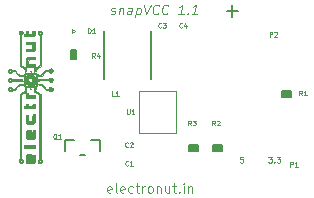
<source format=gto>
G04 #@! TF.FileFunction,Legend,Top*
%FSLAX46Y46*%
G04 Gerber Fmt 4.6, Leading zero omitted, Abs format (unit mm)*
G04 Created by KiCad (PCBNEW (2015-05-03 BZR 5637)-product) date 2015 December 01, Tuesday 09:36:31*
%MOMM*%
G01*
G04 APERTURE LIST*
%ADD10C,0.100000*%
%ADD11C,0.200000*%
%ADD12C,0.150000*%
%ADD13C,0.127000*%
%ADD14C,0.050000*%
%ADD15C,0.010000*%
%ADD16C,0.080000*%
%ADD17R,1.651000X1.651000*%
%ADD18C,1.651000*%
%ADD19C,3.216000*%
%ADD20R,1.100000X1.000000*%
%ADD21R,1.000000X1.100000*%
%ADD22R,3.700000X1.200000*%
%ADD23R,1.016000X1.143000*%
%ADD24R,0.650000X1.060000*%
%ADD25R,0.500000X0.600000*%
%ADD26R,0.900000X0.700000*%
G04 APERTURE END LIST*
D10*
X158226192Y-110216190D02*
X158535715Y-110216190D01*
X158369049Y-110406667D01*
X158440477Y-110406667D01*
X158488096Y-110430476D01*
X158511906Y-110454286D01*
X158535715Y-110501905D01*
X158535715Y-110620952D01*
X158511906Y-110668571D01*
X158488096Y-110692381D01*
X158440477Y-110716190D01*
X158297620Y-110716190D01*
X158250001Y-110692381D01*
X158226192Y-110668571D01*
X158750001Y-110668571D02*
X158773810Y-110692381D01*
X158750001Y-110716190D01*
X158726191Y-110692381D01*
X158750001Y-110668571D01*
X158750001Y-110716190D01*
X158940477Y-110216190D02*
X159250000Y-110216190D01*
X159083334Y-110406667D01*
X159154762Y-110406667D01*
X159202381Y-110430476D01*
X159226191Y-110454286D01*
X159250000Y-110501905D01*
X159250000Y-110620952D01*
X159226191Y-110668571D01*
X159202381Y-110692381D01*
X159154762Y-110716190D01*
X159011905Y-110716190D01*
X158964286Y-110692381D01*
X158940477Y-110668571D01*
X156075048Y-110216190D02*
X155836953Y-110216190D01*
X155813143Y-110454286D01*
X155836953Y-110430476D01*
X155884572Y-110406667D01*
X156003619Y-110406667D01*
X156051238Y-110430476D01*
X156075048Y-110454286D01*
X156098857Y-110501905D01*
X156098857Y-110620952D01*
X156075048Y-110668571D01*
X156051238Y-110692381D01*
X156003619Y-110716190D01*
X155884572Y-110716190D01*
X155836953Y-110692381D01*
X155813143Y-110668571D01*
D11*
X155670190Y-97879286D02*
X154717809Y-97879286D01*
X155193999Y-98355476D02*
X155193999Y-97403095D01*
D10*
X144932809Y-113226810D02*
X144856619Y-113264905D01*
X144704238Y-113264905D01*
X144628047Y-113226810D01*
X144589952Y-113150619D01*
X144589952Y-112845857D01*
X144628047Y-112769667D01*
X144704238Y-112731571D01*
X144856619Y-112731571D01*
X144932809Y-112769667D01*
X144970904Y-112845857D01*
X144970904Y-112922048D01*
X144589952Y-112998238D01*
X145428047Y-113264905D02*
X145351856Y-113226810D01*
X145313761Y-113150619D01*
X145313761Y-112464905D01*
X146037571Y-113226810D02*
X145961381Y-113264905D01*
X145809000Y-113264905D01*
X145732809Y-113226810D01*
X145694714Y-113150619D01*
X145694714Y-112845857D01*
X145732809Y-112769667D01*
X145809000Y-112731571D01*
X145961381Y-112731571D01*
X146037571Y-112769667D01*
X146075666Y-112845857D01*
X146075666Y-112922048D01*
X145694714Y-112998238D01*
X146761380Y-113226810D02*
X146685190Y-113264905D01*
X146532809Y-113264905D01*
X146456618Y-113226810D01*
X146418523Y-113188714D01*
X146380428Y-113112524D01*
X146380428Y-112883952D01*
X146418523Y-112807762D01*
X146456618Y-112769667D01*
X146532809Y-112731571D01*
X146685190Y-112731571D01*
X146761380Y-112769667D01*
X146989951Y-112731571D02*
X147294713Y-112731571D01*
X147104237Y-112464905D02*
X147104237Y-113150619D01*
X147142332Y-113226810D01*
X147218523Y-113264905D01*
X147294713Y-113264905D01*
X147561380Y-113264905D02*
X147561380Y-112731571D01*
X147561380Y-112883952D02*
X147599475Y-112807762D01*
X147637571Y-112769667D01*
X147713761Y-112731571D01*
X147789952Y-112731571D01*
X148170904Y-113264905D02*
X148094713Y-113226810D01*
X148056618Y-113188714D01*
X148018523Y-113112524D01*
X148018523Y-112883952D01*
X148056618Y-112807762D01*
X148094713Y-112769667D01*
X148170904Y-112731571D01*
X148285190Y-112731571D01*
X148361380Y-112769667D01*
X148399475Y-112807762D01*
X148437571Y-112883952D01*
X148437571Y-113112524D01*
X148399475Y-113188714D01*
X148361380Y-113226810D01*
X148285190Y-113264905D01*
X148170904Y-113264905D01*
X148780428Y-112731571D02*
X148780428Y-113264905D01*
X148780428Y-112807762D02*
X148818523Y-112769667D01*
X148894714Y-112731571D01*
X149009000Y-112731571D01*
X149085190Y-112769667D01*
X149123285Y-112845857D01*
X149123285Y-113264905D01*
X149847095Y-112731571D02*
X149847095Y-113264905D01*
X149504238Y-112731571D02*
X149504238Y-113150619D01*
X149542333Y-113226810D01*
X149618524Y-113264905D01*
X149732810Y-113264905D01*
X149809000Y-113226810D01*
X149847095Y-113188714D01*
X150113762Y-112731571D02*
X150418524Y-112731571D01*
X150228048Y-112464905D02*
X150228048Y-113150619D01*
X150266143Y-113226810D01*
X150342334Y-113264905D01*
X150418524Y-113264905D01*
X150685191Y-113188714D02*
X150723286Y-113226810D01*
X150685191Y-113264905D01*
X150647096Y-113226810D01*
X150685191Y-113188714D01*
X150685191Y-113264905D01*
X151066143Y-113264905D02*
X151066143Y-112731571D01*
X151066143Y-112464905D02*
X151028048Y-112503000D01*
X151066143Y-112541095D01*
X151104238Y-112503000D01*
X151066143Y-112464905D01*
X151066143Y-112541095D01*
X151447095Y-112731571D02*
X151447095Y-113264905D01*
X151447095Y-112807762D02*
X151485190Y-112769667D01*
X151561381Y-112731571D01*
X151675667Y-112731571D01*
X151751857Y-112769667D01*
X151789952Y-112845857D01*
X151789952Y-113264905D01*
X144892381Y-98113810D02*
X144963809Y-98151905D01*
X145116190Y-98151905D01*
X145197143Y-98113810D01*
X145244762Y-98037619D01*
X145249524Y-97999524D01*
X145220952Y-97923333D01*
X145149523Y-97885238D01*
X145035238Y-97885238D01*
X144963809Y-97847143D01*
X144935238Y-97770952D01*
X144940000Y-97732857D01*
X144987619Y-97656667D01*
X145068572Y-97618571D01*
X145182857Y-97618571D01*
X145254286Y-97656667D01*
X145640000Y-97618571D02*
X145573333Y-98151905D01*
X145630476Y-97694762D02*
X145673333Y-97656667D01*
X145754286Y-97618571D01*
X145868572Y-97618571D01*
X145940000Y-97656667D01*
X145968571Y-97732857D01*
X145916190Y-98151905D01*
X146640000Y-98151905D02*
X146692381Y-97732857D01*
X146663810Y-97656667D01*
X146592382Y-97618571D01*
X146440001Y-97618571D01*
X146359048Y-97656667D01*
X146644762Y-98113810D02*
X146563810Y-98151905D01*
X146373334Y-98151905D01*
X146301905Y-98113810D01*
X146273334Y-98037619D01*
X146282857Y-97961429D01*
X146330476Y-97885238D01*
X146411429Y-97847143D01*
X146601905Y-97847143D01*
X146682857Y-97809048D01*
X147087620Y-97618571D02*
X146987620Y-98418571D01*
X147082858Y-97656667D02*
X147163811Y-97618571D01*
X147316192Y-97618571D01*
X147387620Y-97656667D01*
X147420953Y-97694762D01*
X147449525Y-97770952D01*
X147420954Y-97999524D01*
X147373334Y-98075714D01*
X147330477Y-98113810D01*
X147249525Y-98151905D01*
X147097144Y-98151905D01*
X147025715Y-98113810D01*
X147730477Y-97351905D02*
X147897144Y-98151905D01*
X148263811Y-97351905D01*
X148897144Y-98075714D02*
X148854287Y-98113810D01*
X148735239Y-98151905D01*
X148659049Y-98151905D01*
X148549525Y-98113810D01*
X148482858Y-98037619D01*
X148454286Y-97961429D01*
X148435239Y-97809048D01*
X148449525Y-97694762D01*
X148506667Y-97542381D01*
X148554286Y-97466190D01*
X148640001Y-97390000D01*
X148759049Y-97351905D01*
X148835239Y-97351905D01*
X148944763Y-97390000D01*
X148978096Y-97428095D01*
X149697144Y-98075714D02*
X149654287Y-98113810D01*
X149535239Y-98151905D01*
X149459049Y-98151905D01*
X149349525Y-98113810D01*
X149282858Y-98037619D01*
X149254286Y-97961429D01*
X149235239Y-97809048D01*
X149249525Y-97694762D01*
X149306667Y-97542381D01*
X149354286Y-97466190D01*
X149440001Y-97390000D01*
X149559049Y-97351905D01*
X149635239Y-97351905D01*
X149744763Y-97390000D01*
X149778096Y-97428095D01*
X151059049Y-98151905D02*
X150601906Y-98151905D01*
X150830477Y-98151905D02*
X150930477Y-97351905D01*
X150840001Y-97466190D01*
X150754286Y-97542381D01*
X150673335Y-97580476D01*
X151411430Y-98075714D02*
X151444763Y-98113810D01*
X151401906Y-98151905D01*
X151368573Y-98113810D01*
X151411430Y-98075714D01*
X151401906Y-98151905D01*
X152201906Y-98151905D02*
X151744763Y-98151905D01*
X151973334Y-98151905D02*
X152073334Y-97351905D01*
X151982858Y-97466190D01*
X151897143Y-97542381D01*
X151816192Y-97580476D01*
D12*
X148304000Y-103600000D02*
X148304000Y-99600000D01*
X144304000Y-103600000D02*
X144304000Y-99600000D01*
D13*
X142303500Y-110109000D02*
X142684500Y-110109000D01*
X143954500Y-109728000D02*
X143954500Y-108839000D01*
X143954500Y-108839000D02*
X143192500Y-108839000D01*
X141795500Y-108839000D02*
X141033500Y-108839000D01*
X141033500Y-108839000D02*
X141033500Y-109728000D01*
D12*
G36*
X159385000Y-104673400D02*
X159385000Y-105130600D01*
X160147000Y-105130600D01*
X160147000Y-104673400D01*
X159385000Y-104673400D01*
G37*
X159385000Y-104673400D02*
X159385000Y-105130600D01*
X160147000Y-105130600D01*
X160147000Y-104673400D01*
X159385000Y-104673400D01*
G36*
X153543000Y-109245400D02*
X153543000Y-109702600D01*
X154305000Y-109702600D01*
X154305000Y-109245400D01*
X153543000Y-109245400D01*
G37*
X153543000Y-109245400D02*
X153543000Y-109702600D01*
X154305000Y-109702600D01*
X154305000Y-109245400D01*
X153543000Y-109245400D01*
G36*
X151511000Y-109245400D02*
X151511000Y-109702600D01*
X152273000Y-109702600D01*
X152273000Y-109245400D01*
X151511000Y-109245400D01*
G37*
X151511000Y-109245400D02*
X151511000Y-109702600D01*
X152273000Y-109702600D01*
X152273000Y-109245400D01*
X151511000Y-109245400D01*
D10*
G36*
X137247942Y-99544422D02*
X137307761Y-99548473D01*
X137365648Y-99575447D01*
X137396361Y-99602582D01*
X137426038Y-99640455D01*
X137254591Y-99640455D01*
X137215768Y-99655983D01*
X137210397Y-99660730D01*
X137190761Y-99697644D01*
X137190914Y-99740641D01*
X137209965Y-99777585D01*
X137219584Y-99785922D01*
X137264439Y-99805956D01*
X137304781Y-99798593D01*
X137329334Y-99779667D01*
X137353926Y-99738455D01*
X137352365Y-99694547D01*
X137334202Y-99664361D01*
X137298542Y-99643380D01*
X137254591Y-99640455D01*
X137426038Y-99640455D01*
X137426650Y-99641235D01*
X137439867Y-99678750D01*
X137442222Y-99716456D01*
X137430981Y-99787779D01*
X137397308Y-99842045D01*
X137355460Y-99872473D01*
X137315222Y-99893281D01*
X137315222Y-101194713D01*
X137315222Y-102496146D01*
X137526415Y-102616046D01*
X137737607Y-102735945D01*
X137738081Y-102851207D01*
X137739181Y-102907450D01*
X137741678Y-102953959D01*
X137745086Y-102982545D01*
X137746053Y-102986009D01*
X137744617Y-102998602D01*
X137723245Y-103001448D01*
X137703720Y-102999730D01*
X137653889Y-102993913D01*
X137653889Y-103066012D01*
X137653889Y-103138111D01*
X137893778Y-103138111D01*
X138133667Y-103138111D01*
X138133667Y-103068408D01*
X138133667Y-102998704D01*
X138080750Y-102992642D01*
X138027834Y-102986580D01*
X138084278Y-102988262D01*
X138140722Y-102989945D01*
X138144988Y-103064028D01*
X138149253Y-103138111D01*
X138280500Y-103138111D01*
X138411748Y-103138111D01*
X138420874Y-103030149D01*
X138425588Y-102961612D01*
X138428885Y-102889302D01*
X138430000Y-102833977D01*
X138430000Y-102745768D01*
X138640181Y-102624378D01*
X138709805Y-102583197D01*
X138770704Y-102545340D01*
X138818668Y-102513572D01*
X138849484Y-102490659D01*
X138858903Y-102480729D01*
X138860158Y-102463625D01*
X138861358Y-102420333D01*
X138862488Y-102352886D01*
X138863536Y-102263318D01*
X138864489Y-102153661D01*
X138865332Y-102025950D01*
X138866053Y-101882219D01*
X138866638Y-101724500D01*
X138867074Y-101554827D01*
X138867347Y-101375234D01*
X138867445Y-101187755D01*
X138867445Y-101182931D01*
X138867445Y-99907392D01*
X138826357Y-99886145D01*
X138769638Y-99843474D01*
X138735504Y-99787667D01*
X138726334Y-99734730D01*
X138737950Y-99662073D01*
X138771418Y-99606422D01*
X138824662Y-99569814D01*
X138895607Y-99554288D01*
X138910488Y-99553889D01*
X138954014Y-99558501D01*
X138988817Y-99576440D01*
X139016191Y-99601035D01*
X139047351Y-99638605D01*
X139049630Y-99642551D01*
X138900769Y-99642551D01*
X138861317Y-99650037D01*
X138831126Y-99674644D01*
X138815719Y-99710851D01*
X138820620Y-99753135D01*
X138830153Y-99771518D01*
X138864581Y-99801100D01*
X138910089Y-99807325D01*
X138953039Y-99793282D01*
X138975965Y-99767049D01*
X138981853Y-99729052D01*
X138971386Y-99689492D01*
X138945248Y-99658571D01*
X138943962Y-99657708D01*
X138900769Y-99642551D01*
X139049630Y-99642551D01*
X139069352Y-99676694D01*
X139073412Y-99688326D01*
X139074695Y-99744575D01*
X139055846Y-99803058D01*
X139021498Y-99852470D01*
X138998516Y-99871162D01*
X138953198Y-99899611D01*
X138952180Y-101226056D01*
X138951163Y-102552500D01*
X138739970Y-102672399D01*
X138528778Y-102792299D01*
X138528778Y-102898872D01*
X138528778Y-103005444D01*
X138479389Y-102999678D01*
X138430000Y-102993913D01*
X138430000Y-103066012D01*
X138430000Y-103138111D01*
X138480784Y-103138111D01*
X138543495Y-103147751D01*
X138600060Y-103173503D01*
X138641090Y-103210612D01*
X138648975Y-103223266D01*
X138656894Y-103236889D01*
X138093785Y-103236889D01*
X137968437Y-103237025D01*
X137868292Y-103237530D01*
X137790334Y-103238557D01*
X137731545Y-103240253D01*
X137688908Y-103242769D01*
X137659404Y-103246255D01*
X137640017Y-103250860D01*
X137627730Y-103256734D01*
X137623250Y-103260243D01*
X137615989Y-103268495D01*
X137610228Y-103280697D01*
X137607313Y-103293334D01*
X137436354Y-103293334D01*
X137435167Y-103293334D01*
X137390798Y-103294044D01*
X137367704Y-103298703D01*
X137358939Y-103311098D01*
X137357556Y-103335020D01*
X137357556Y-103335667D01*
X137358859Y-103359868D01*
X137367400Y-103372465D01*
X137390125Y-103377246D01*
X137433980Y-103378000D01*
X137435167Y-103378000D01*
X137479536Y-103377289D01*
X137502630Y-103372631D01*
X137511395Y-103360235D01*
X137512778Y-103336314D01*
X137512778Y-103335667D01*
X137511475Y-103311466D01*
X137502934Y-103298869D01*
X137480209Y-103294088D01*
X137436354Y-103293334D01*
X137607313Y-103293334D01*
X137605794Y-103299920D01*
X137602516Y-103329235D01*
X137600222Y-103371713D01*
X137598739Y-103430426D01*
X137597897Y-103508445D01*
X137597523Y-103608841D01*
X137597445Y-103721271D01*
X137597583Y-103845548D01*
X137598102Y-103944648D01*
X137599153Y-104021614D01*
X137600588Y-104069445D01*
X137436354Y-104069445D01*
X137435167Y-104069445D01*
X137390798Y-104070156D01*
X137367704Y-104074814D01*
X137358939Y-104087210D01*
X137357556Y-104111131D01*
X137357556Y-104111778D01*
X137358859Y-104135979D01*
X137367400Y-104148576D01*
X137390125Y-104153357D01*
X137433980Y-104154111D01*
X137435167Y-104154111D01*
X137479536Y-104153401D01*
X137502630Y-104148742D01*
X137511395Y-104136347D01*
X137512778Y-104112425D01*
X137512778Y-104111778D01*
X137511475Y-104087577D01*
X137502934Y-104074980D01*
X137480209Y-104070199D01*
X137436354Y-104069445D01*
X137600588Y-104069445D01*
X137600890Y-104079490D01*
X137603468Y-104121320D01*
X137607038Y-104150149D01*
X137611755Y-104169019D01*
X137617771Y-104180975D01*
X137620798Y-104184750D01*
X137628987Y-104191959D01*
X137641097Y-104197690D01*
X137660172Y-104202113D01*
X137689259Y-104205394D01*
X137731400Y-104207702D01*
X137789640Y-104209204D01*
X137867025Y-104210069D01*
X137966598Y-104210463D01*
X138088882Y-104210556D01*
X138214230Y-104210420D01*
X138314375Y-104209915D01*
X138392333Y-104208888D01*
X138451122Y-104207192D01*
X138493759Y-104204676D01*
X138523263Y-104201190D01*
X138542650Y-104196585D01*
X138554937Y-104190711D01*
X138559417Y-104187202D01*
X138566678Y-104178950D01*
X138572439Y-104166748D01*
X138576873Y-104147525D01*
X138580151Y-104118210D01*
X138582445Y-104075732D01*
X138583928Y-104017019D01*
X138584770Y-103939000D01*
X138585144Y-103838604D01*
X138585222Y-103726174D01*
X138585084Y-103601897D01*
X138584565Y-103502797D01*
X138583514Y-103425831D01*
X138581777Y-103367955D01*
X138579199Y-103326125D01*
X138575629Y-103297296D01*
X138570912Y-103278426D01*
X138564896Y-103266470D01*
X138561869Y-103262695D01*
X138553680Y-103255486D01*
X138541570Y-103249755D01*
X138522495Y-103245332D01*
X138493408Y-103242051D01*
X138451267Y-103239743D01*
X138393027Y-103238241D01*
X138315642Y-103237376D01*
X138216069Y-103236982D01*
X138093785Y-103236889D01*
X138656894Y-103236889D01*
X138658699Y-103239993D01*
X138670946Y-103251482D01*
X138691085Y-103259166D01*
X138724484Y-103264480D01*
X138776510Y-103268859D01*
X138833356Y-103272541D01*
X138940281Y-103279222D01*
X138740445Y-103279222D01*
X138698677Y-103280147D01*
X138677850Y-103285834D01*
X138670681Y-103300651D01*
X138669889Y-103321556D01*
X138671431Y-103346616D01*
X138680908Y-103359113D01*
X138705603Y-103363414D01*
X138740445Y-103363889D01*
X138782212Y-103362964D01*
X138803040Y-103357278D01*
X138810208Y-103342461D01*
X138811000Y-103321556D01*
X138809459Y-103296496D01*
X138799981Y-103283999D01*
X138775287Y-103279698D01*
X138740445Y-103279222D01*
X138940281Y-103279222D01*
X138997562Y-103282801D01*
X139197263Y-103083456D01*
X139396964Y-102884111D01*
X139509677Y-102883568D01*
X139565957Y-102882841D01*
X139601256Y-102879759D01*
X139622812Y-102871964D01*
X139637866Y-102857101D01*
X139650611Y-102837707D01*
X139694996Y-102789255D01*
X139752751Y-102758192D01*
X139814890Y-102748770D01*
X139833867Y-102750951D01*
X139892668Y-102774591D01*
X139938963Y-102817131D01*
X139953288Y-102843336D01*
X139785940Y-102843336D01*
X139750189Y-102855919D01*
X139741709Y-102863697D01*
X139723112Y-102904236D01*
X139725706Y-102947206D01*
X139746008Y-102984350D01*
X139780537Y-103007416D01*
X139803892Y-103011111D01*
X139842802Y-102999043D01*
X139870234Y-102968640D01*
X139882793Y-102928608D01*
X139877085Y-102887654D01*
X139861270Y-102863953D01*
X139827434Y-102846024D01*
X139785940Y-102843336D01*
X139953288Y-102843336D01*
X139968900Y-102871892D01*
X139978630Y-102932197D01*
X139967896Y-102983410D01*
X139932000Y-103039200D01*
X139882085Y-103076536D01*
X139824217Y-103094930D01*
X139764459Y-103093894D01*
X139708878Y-103072940D01*
X139663540Y-103031581D01*
X139649528Y-103009016D01*
X139636538Y-102987527D01*
X139620421Y-102975467D01*
X139593398Y-102970128D01*
X139547692Y-102968801D01*
X139534009Y-102968778D01*
X139439298Y-102968778D01*
X139241566Y-103164782D01*
X139043834Y-103360786D01*
X138902722Y-103369236D01*
X138836912Y-103372919D01*
X138776813Y-103375825D01*
X138731255Y-103377548D01*
X138715750Y-103377843D01*
X138669889Y-103378000D01*
X138669889Y-103517020D01*
X138669889Y-103656039D01*
X138786306Y-103665102D01*
X138833352Y-103667639D01*
X138903116Y-103669909D01*
X138990093Y-103671807D01*
X139088781Y-103673227D01*
X139193675Y-103674065D01*
X139265133Y-103674249D01*
X139375617Y-103674185D01*
X139461168Y-103673774D01*
X139525073Y-103672770D01*
X139570622Y-103670931D01*
X139601103Y-103668013D01*
X139619804Y-103663771D01*
X139630013Y-103657962D01*
X139635020Y-103650343D01*
X139636303Y-103646731D01*
X139659279Y-103610432D01*
X139699840Y-103575148D01*
X139748107Y-103548382D01*
X139777762Y-103539319D01*
X139838120Y-103541079D01*
X139893652Y-103565619D01*
X139939013Y-103607500D01*
X139953646Y-103633868D01*
X139824075Y-103633868D01*
X139782721Y-103635319D01*
X139745364Y-103654889D01*
X139730971Y-103674334D01*
X138740445Y-103674334D01*
X138698677Y-103675258D01*
X138677850Y-103680945D01*
X138670681Y-103695762D01*
X138669889Y-103716667D01*
X138671431Y-103741727D01*
X138680908Y-103754224D01*
X138705603Y-103758525D01*
X138740445Y-103759000D01*
X138782212Y-103758075D01*
X138803040Y-103752389D01*
X138810208Y-103737572D01*
X138811000Y-103716667D01*
X138809459Y-103691607D01*
X138799981Y-103679110D01*
X138775287Y-103674809D01*
X138740445Y-103674334D01*
X139730971Y-103674334D01*
X139720159Y-103688943D01*
X139714111Y-103719807D01*
X139726079Y-103752928D01*
X139755022Y-103782967D01*
X139790496Y-103800147D01*
X139801195Y-103801334D01*
X139841626Y-103789302D01*
X139870108Y-103758944D01*
X139883128Y-103718864D01*
X139877173Y-103677668D01*
X139861270Y-103654175D01*
X139824075Y-103633868D01*
X139953646Y-103633868D01*
X139968861Y-103661283D01*
X139977850Y-103721530D01*
X139975575Y-103740622D01*
X139956359Y-103789507D01*
X139921299Y-103836819D01*
X139919021Y-103839135D01*
X139881940Y-103870389D01*
X139845847Y-103883851D01*
X139813599Y-103886000D01*
X139741962Y-103875148D01*
X139685151Y-103844182D01*
X139650488Y-103801095D01*
X139628720Y-103759000D01*
X139265721Y-103759085D01*
X139159677Y-103759470D01*
X139056137Y-103760508D01*
X138960597Y-103762093D01*
X138878553Y-103764121D01*
X138815501Y-103766486D01*
X138786306Y-103768232D01*
X138669889Y-103777294D01*
X138669889Y-103907167D01*
X138669889Y-104037039D01*
X138786306Y-104046102D01*
X138850748Y-104050504D01*
X138913300Y-104053752D01*
X138961672Y-104055221D01*
X138966411Y-104055249D01*
X138988685Y-104055813D01*
X139008142Y-104059170D01*
X139028215Y-104067923D01*
X139052337Y-104084671D01*
X139083939Y-104112013D01*
X139126453Y-104152551D01*
X139183311Y-104208884D01*
X139227278Y-104252889D01*
X139424455Y-104450445D01*
X139521505Y-104450445D01*
X139573311Y-104449714D01*
X139606488Y-104445031D01*
X139630628Y-104432659D01*
X139655323Y-104408862D01*
X139669861Y-104392654D01*
X139706431Y-104356221D01*
X139740100Y-104337091D01*
X139782820Y-104328573D01*
X139784667Y-104328380D01*
X139853900Y-104333719D01*
X139912016Y-104362825D01*
X139954140Y-104412928D01*
X139954354Y-104413375D01*
X139804400Y-104413375D01*
X139778407Y-104419079D01*
X139763819Y-104427772D01*
X139728713Y-104463385D01*
X139719801Y-104504827D01*
X139733732Y-104541788D01*
X139769459Y-104577100D01*
X139811087Y-104585643D01*
X139849659Y-104570709D01*
X139873897Y-104548657D01*
X139881598Y-104518999D01*
X139880718Y-104495556D01*
X139872044Y-104455669D01*
X139849899Y-104431804D01*
X139836832Y-104424720D01*
X139804400Y-104413375D01*
X139954354Y-104413375D01*
X139961905Y-104429134D01*
X139978544Y-104480408D01*
X139978206Y-104523977D01*
X139961301Y-104573639D01*
X139924885Y-104626265D01*
X139873963Y-104659680D01*
X139815011Y-104673549D01*
X139754504Y-104667538D01*
X139698917Y-104641311D01*
X139654725Y-104594535D01*
X139651726Y-104589643D01*
X139638582Y-104569740D01*
X139623515Y-104557748D01*
X139599611Y-104551665D01*
X139559952Y-104549492D01*
X139512048Y-104549222D01*
X139396246Y-104549222D01*
X139191818Y-104343852D01*
X138987389Y-104138481D01*
X138899165Y-104142769D01*
X138810941Y-104147056D01*
X138810971Y-104101195D01*
X138809706Y-104074069D01*
X138801014Y-104060533D01*
X138777617Y-104055863D01*
X138740331Y-104055334D01*
X138669661Y-104055334D01*
X138671932Y-104115364D01*
X138663260Y-104186958D01*
X138632988Y-104244852D01*
X138583462Y-104284666D01*
X138580353Y-104286184D01*
X138531906Y-104309173D01*
X138531896Y-104309334D01*
X138472981Y-104309334D01*
X138472334Y-104309334D01*
X138448132Y-104310637D01*
X138435536Y-104319178D01*
X138430755Y-104341902D01*
X138430000Y-104385758D01*
X138430000Y-104386945D01*
X138430711Y-104431314D01*
X138435370Y-104454408D01*
X138447765Y-104463173D01*
X138471686Y-104464556D01*
X138472334Y-104464556D01*
X138496535Y-104463253D01*
X138509131Y-104454712D01*
X138513912Y-104431987D01*
X138514667Y-104388132D01*
X138514667Y-104386945D01*
X138513956Y-104342576D01*
X138509297Y-104319482D01*
X138496902Y-104310717D01*
X138472981Y-104309334D01*
X138531896Y-104309334D01*
X138521564Y-104481296D01*
X138517329Y-104542931D01*
X138514986Y-104589603D01*
X138517388Y-104625236D01*
X138527385Y-104653755D01*
X138547829Y-104679085D01*
X138581573Y-104705150D01*
X138631466Y-104735875D01*
X138700361Y-104775185D01*
X138759543Y-104808836D01*
X138952111Y-104919108D01*
X138952111Y-107669086D01*
X138952111Y-110419065D01*
X139005028Y-110467559D01*
X139037410Y-110500514D01*
X139041126Y-110507481D01*
X138905829Y-110507481D01*
X138863003Y-110508977D01*
X138825111Y-110532334D01*
X138801002Y-110571119D01*
X138800166Y-110609580D01*
X138818052Y-110642660D01*
X138850112Y-110665300D01*
X138891795Y-110672445D01*
X138938551Y-110659038D01*
X138938928Y-110658837D01*
X138959684Y-110633555D01*
X138966071Y-110594911D01*
X138957748Y-110554034D01*
X138942869Y-110529917D01*
X138905829Y-110507481D01*
X139041126Y-110507481D01*
X139053017Y-110529770D01*
X139057757Y-110568417D01*
X139057945Y-110584787D01*
X139047299Y-110658071D01*
X139015113Y-110713306D01*
X138961010Y-110751113D01*
X138955788Y-110753377D01*
X138889933Y-110767443D01*
X138827316Y-110757040D01*
X138773644Y-110725455D01*
X138734624Y-110675979D01*
X138716319Y-110615353D01*
X138719624Y-110543293D01*
X138746143Y-110484786D01*
X138794448Y-110442710D01*
X138804582Y-110437465D01*
X138853334Y-110414218D01*
X138853194Y-107689859D01*
X138853055Y-104965500D01*
X138641994Y-104845556D01*
X138430934Y-104725611D01*
X138430382Y-104633889D01*
X138428895Y-104572616D01*
X138425512Y-104498836D01*
X138420953Y-104428144D01*
X138420769Y-104425750D01*
X138411706Y-104309334D01*
X138224002Y-104309334D01*
X138036297Y-104309334D01*
X138031206Y-104390472D01*
X138026114Y-104471611D01*
X138023446Y-104390472D01*
X138020778Y-104309334D01*
X137888114Y-104309334D01*
X137755451Y-104309334D01*
X137696222Y-104309334D01*
X137671162Y-104310875D01*
X137658665Y-104320353D01*
X137654364Y-104345047D01*
X137653889Y-104379889D01*
X137654814Y-104421656D01*
X137660501Y-104442484D01*
X137675317Y-104449652D01*
X137696222Y-104450445D01*
X137721283Y-104448903D01*
X137733779Y-104439425D01*
X137738080Y-104414731D01*
X137738556Y-104379889D01*
X137737631Y-104338122D01*
X137731944Y-104317294D01*
X137717128Y-104310126D01*
X137696222Y-104309334D01*
X137755451Y-104309334D01*
X137746342Y-104475139D01*
X137742475Y-104544128D01*
X137738884Y-104605665D01*
X137735998Y-104652577D01*
X137734367Y-104676222D01*
X137729857Y-104691405D01*
X137716588Y-104708119D01*
X137691238Y-104728801D01*
X137650486Y-104755890D01*
X137591010Y-104791823D01*
X137523361Y-104831078D01*
X137315222Y-104950655D01*
X137315222Y-107677043D01*
X137315230Y-108003126D01*
X137315258Y-108302160D01*
X137315320Y-108575318D01*
X137315425Y-108823774D01*
X137315584Y-109048700D01*
X137315810Y-109251270D01*
X137316112Y-109432658D01*
X137316503Y-109594037D01*
X137316992Y-109736579D01*
X137317591Y-109861459D01*
X137318311Y-109969849D01*
X137319163Y-110062922D01*
X137320158Y-110141853D01*
X137321308Y-110207814D01*
X137322622Y-110261978D01*
X137324113Y-110305519D01*
X137325791Y-110339610D01*
X137327667Y-110365424D01*
X137329752Y-110384135D01*
X137332058Y-110396915D01*
X137334596Y-110404939D01*
X137337375Y-110409378D01*
X137340409Y-110411408D01*
X137340960Y-110411601D01*
X137385156Y-110438434D01*
X137422968Y-110484006D01*
X137426987Y-110493014D01*
X137291415Y-110493014D01*
X137251016Y-110501014D01*
X137213149Y-110533807D01*
X137211095Y-110536508D01*
X137192361Y-110565521D01*
X137190674Y-110587476D01*
X137203164Y-110614119D01*
X137223479Y-110640189D01*
X137252166Y-110650848D01*
X137280069Y-110652278D01*
X137320356Y-110648299D01*
X137343372Y-110633244D01*
X137351979Y-110619337D01*
X137362352Y-110571800D01*
X137344927Y-110528074D01*
X137329090Y-110510947D01*
X137291415Y-110493014D01*
X137426987Y-110493014D01*
X137447438Y-110538841D01*
X137452136Y-110563011D01*
X137446762Y-110628133D01*
X137419128Y-110683651D01*
X137374505Y-110725458D01*
X137318165Y-110749445D01*
X137255379Y-110751505D01*
X137221821Y-110742504D01*
X137166877Y-110708395D01*
X137125922Y-110657306D01*
X137105020Y-110597682D01*
X137103556Y-110577774D01*
X137111983Y-110529583D01*
X137133558Y-110481487D01*
X137162719Y-110443358D01*
X137188923Y-110426278D01*
X137192195Y-110424857D01*
X137195197Y-110421980D01*
X137197940Y-110416478D01*
X137200437Y-110407181D01*
X137202698Y-110392921D01*
X137204736Y-110372527D01*
X137206562Y-110344831D01*
X137208187Y-110308662D01*
X137209624Y-110262853D01*
X137210883Y-110206234D01*
X137211977Y-110137635D01*
X137212918Y-110055887D01*
X137213716Y-109959821D01*
X137214384Y-109848267D01*
X137214933Y-109720057D01*
X137215375Y-109574021D01*
X137215721Y-109408989D01*
X137215983Y-109223792D01*
X137216173Y-109017262D01*
X137216302Y-108788228D01*
X137216382Y-108535522D01*
X137216425Y-108257974D01*
X137216442Y-107954415D01*
X137216445Y-107661082D01*
X137216445Y-104904620D01*
X137428111Y-104782056D01*
X137639778Y-104659491D01*
X137639778Y-104477357D01*
X137639216Y-104400300D01*
X137637247Y-104347507D01*
X137633443Y-104315039D01*
X137627379Y-104298955D01*
X137620073Y-104295222D01*
X137600539Y-104285226D01*
X137572166Y-104260712D01*
X137542845Y-104229892D01*
X137520466Y-104200981D01*
X137512778Y-104183534D01*
X137499604Y-104178042D01*
X137463768Y-104171990D01*
X137410802Y-104166128D01*
X137348659Y-104161352D01*
X137184540Y-104151097D01*
X136985121Y-104350160D01*
X136785703Y-104549222D01*
X136670856Y-104549222D01*
X136556010Y-104549222D01*
X136528372Y-104596065D01*
X136494865Y-104634673D01*
X136448101Y-104667513D01*
X136399492Y-104687442D01*
X136377775Y-104690334D01*
X136327499Y-104679226D01*
X136275875Y-104650759D01*
X136235312Y-104612220D01*
X136229029Y-104602988D01*
X136204235Y-104537039D01*
X136205438Y-104467890D01*
X136221850Y-104421761D01*
X136259236Y-104376578D01*
X136310940Y-104348873D01*
X136369980Y-104338563D01*
X136429373Y-104345567D01*
X136482136Y-104369800D01*
X136521286Y-104411181D01*
X136528667Y-104425396D01*
X136528770Y-104425592D01*
X136394051Y-104425592D01*
X136351225Y-104427089D01*
X136313334Y-104450445D01*
X136289224Y-104489230D01*
X136288388Y-104527691D01*
X136306274Y-104560771D01*
X136338334Y-104583411D01*
X136380017Y-104590556D01*
X136426774Y-104577149D01*
X136427150Y-104576948D01*
X136447906Y-104551666D01*
X136454293Y-104513022D01*
X136445971Y-104472145D01*
X136431091Y-104448028D01*
X136394051Y-104425592D01*
X136528770Y-104425592D01*
X136539468Y-104445914D01*
X136553952Y-104457635D01*
X136579409Y-104463012D01*
X136623133Y-104464500D01*
X136645051Y-104464556D01*
X136744100Y-104464556D01*
X136941278Y-104267000D01*
X137009019Y-104199380D01*
X137060319Y-104149247D01*
X137098547Y-104113991D01*
X137127077Y-104091001D01*
X137149280Y-104077668D01*
X137168527Y-104071380D01*
X137188190Y-104069528D01*
X137196449Y-104069445D01*
X137237404Y-104068422D01*
X137295950Y-104065697D01*
X137361544Y-104061786D01*
X137383610Y-104060276D01*
X137512778Y-104051108D01*
X137512778Y-103921257D01*
X137512778Y-103791406D01*
X137396361Y-103782343D01*
X137349588Y-103779827D01*
X137280023Y-103777572D01*
X137193098Y-103775681D01*
X137094242Y-103774257D01*
X136988885Y-103773402D01*
X136911793Y-103773196D01*
X136543641Y-103773111D01*
X136527553Y-103808422D01*
X136496954Y-103847546D01*
X136449462Y-103879709D01*
X136396404Y-103898090D01*
X136375393Y-103900059D01*
X136325866Y-103888973D01*
X136274333Y-103860495D01*
X136232394Y-103821958D01*
X136218497Y-103800910D01*
X136206541Y-103763001D01*
X136200747Y-103716669D01*
X136200653Y-103711479D01*
X136204663Y-103673540D01*
X136220636Y-103641115D01*
X136253978Y-103603372D01*
X136255229Y-103602118D01*
X136291546Y-103569158D01*
X136322294Y-103552804D01*
X136359454Y-103547562D01*
X136374682Y-103547334D01*
X136423844Y-103552014D01*
X136462800Y-103570127D01*
X136489231Y-103591129D01*
X136518979Y-103621162D01*
X136526542Y-103632000D01*
X136376834Y-103632000D01*
X136350763Y-103642256D01*
X136320233Y-103666739D01*
X136295077Y-103696020D01*
X136285111Y-103719941D01*
X136295924Y-103752548D01*
X136321445Y-103785014D01*
X136351298Y-103804266D01*
X136352234Y-103804524D01*
X136396048Y-103803532D01*
X136434916Y-103782329D01*
X136453882Y-103755804D01*
X136465170Y-103722399D01*
X136462295Y-103699913D01*
X136442293Y-103675104D01*
X136433919Y-103666637D01*
X136404182Y-103642985D01*
X136378473Y-103632083D01*
X136376834Y-103632000D01*
X136526542Y-103632000D01*
X136536823Y-103646731D01*
X136539111Y-103654629D01*
X136543115Y-103660441D01*
X136556976Y-103665027D01*
X136583472Y-103668523D01*
X136625382Y-103671060D01*
X136685481Y-103672774D01*
X136766548Y-103673798D01*
X136871359Y-103674265D01*
X136948334Y-103674334D01*
X137357556Y-103674334D01*
X137357556Y-103723722D01*
X137357556Y-103773111D01*
X137434150Y-103773111D01*
X137510743Y-103773111D01*
X137511858Y-103584710D01*
X137512973Y-103396309D01*
X137396459Y-103387239D01*
X137330594Y-103382805D01*
X137265275Y-103379548D01*
X137213556Y-103378105D01*
X137209200Y-103378085D01*
X137138455Y-103378000D01*
X136941278Y-103180445D01*
X136744100Y-102982889D01*
X136645134Y-102982978D01*
X136592789Y-102983747D01*
X136560945Y-102987674D01*
X136541886Y-102997363D01*
X136527895Y-103015419D01*
X136522701Y-103024314D01*
X136481509Y-103072782D01*
X136429605Y-103099743D01*
X136372534Y-103106759D01*
X136315842Y-103095392D01*
X136265071Y-103067205D01*
X136225769Y-103023761D01*
X136203478Y-102966622D01*
X136200445Y-102933500D01*
X136213301Y-102866881D01*
X136248889Y-102812700D01*
X136302742Y-102775873D01*
X136356152Y-102762192D01*
X136424033Y-102765091D01*
X136476921Y-102790471D01*
X136517917Y-102838110D01*
X136524631Y-102847966D01*
X136377745Y-102847966D01*
X136339170Y-102856689D01*
X136308703Y-102881690D01*
X136292180Y-102917220D01*
X136295440Y-102957533D01*
X136303900Y-102974185D01*
X136339821Y-103010222D01*
X136381200Y-103019523D01*
X136419858Y-103004901D01*
X136448278Y-102971577D01*
X136456176Y-102929055D01*
X136443641Y-102887416D01*
X136418589Y-102861268D01*
X136377745Y-102847966D01*
X136524631Y-102847966D01*
X136533127Y-102860435D01*
X136548898Y-102873813D01*
X136572477Y-102880580D01*
X136611111Y-102883074D01*
X136658885Y-102883568D01*
X136771603Y-102884111D01*
X136978066Y-103090230D01*
X137184528Y-103296349D01*
X137348653Y-103286094D01*
X137412904Y-103281122D01*
X137465359Y-103275240D01*
X137500488Y-103269195D01*
X137512778Y-103263911D01*
X137522187Y-103244221D01*
X137545247Y-103214987D01*
X137574208Y-103184435D01*
X137601319Y-103160795D01*
X137617982Y-103152222D01*
X137627165Y-103138998D01*
X137635876Y-103102872D01*
X137643477Y-103049164D01*
X137649330Y-102983194D01*
X137652800Y-102910282D01*
X137653462Y-102855889D01*
X137653204Y-102792389D01*
X137442059Y-102672445D01*
X137230914Y-102552500D01*
X137230646Y-101226056D01*
X137230377Y-99899611D01*
X137189344Y-99876268D01*
X137135647Y-99830743D01*
X137104570Y-99770280D01*
X137097784Y-99716182D01*
X137111110Y-99649173D01*
X137144193Y-99596835D01*
X137191612Y-99561230D01*
X137247942Y-99544422D01*
X137247942Y-99544422D01*
X137247942Y-99544422D01*
G37*
X137247942Y-99544422D02*
X137307761Y-99548473D01*
X137365648Y-99575447D01*
X137396361Y-99602582D01*
X137426038Y-99640455D01*
X137254591Y-99640455D01*
X137215768Y-99655983D01*
X137210397Y-99660730D01*
X137190761Y-99697644D01*
X137190914Y-99740641D01*
X137209965Y-99777585D01*
X137219584Y-99785922D01*
X137264439Y-99805956D01*
X137304781Y-99798593D01*
X137329334Y-99779667D01*
X137353926Y-99738455D01*
X137352365Y-99694547D01*
X137334202Y-99664361D01*
X137298542Y-99643380D01*
X137254591Y-99640455D01*
X137426038Y-99640455D01*
X137426650Y-99641235D01*
X137439867Y-99678750D01*
X137442222Y-99716456D01*
X137430981Y-99787779D01*
X137397308Y-99842045D01*
X137355460Y-99872473D01*
X137315222Y-99893281D01*
X137315222Y-101194713D01*
X137315222Y-102496146D01*
X137526415Y-102616046D01*
X137737607Y-102735945D01*
X137738081Y-102851207D01*
X137739181Y-102907450D01*
X137741678Y-102953959D01*
X137745086Y-102982545D01*
X137746053Y-102986009D01*
X137744617Y-102998602D01*
X137723245Y-103001448D01*
X137703720Y-102999730D01*
X137653889Y-102993913D01*
X137653889Y-103066012D01*
X137653889Y-103138111D01*
X137893778Y-103138111D01*
X138133667Y-103138111D01*
X138133667Y-103068408D01*
X138133667Y-102998704D01*
X138080750Y-102992642D01*
X138027834Y-102986580D01*
X138084278Y-102988262D01*
X138140722Y-102989945D01*
X138144988Y-103064028D01*
X138149253Y-103138111D01*
X138280500Y-103138111D01*
X138411748Y-103138111D01*
X138420874Y-103030149D01*
X138425588Y-102961612D01*
X138428885Y-102889302D01*
X138430000Y-102833977D01*
X138430000Y-102745768D01*
X138640181Y-102624378D01*
X138709805Y-102583197D01*
X138770704Y-102545340D01*
X138818668Y-102513572D01*
X138849484Y-102490659D01*
X138858903Y-102480729D01*
X138860158Y-102463625D01*
X138861358Y-102420333D01*
X138862488Y-102352886D01*
X138863536Y-102263318D01*
X138864489Y-102153661D01*
X138865332Y-102025950D01*
X138866053Y-101882219D01*
X138866638Y-101724500D01*
X138867074Y-101554827D01*
X138867347Y-101375234D01*
X138867445Y-101187755D01*
X138867445Y-101182931D01*
X138867445Y-99907392D01*
X138826357Y-99886145D01*
X138769638Y-99843474D01*
X138735504Y-99787667D01*
X138726334Y-99734730D01*
X138737950Y-99662073D01*
X138771418Y-99606422D01*
X138824662Y-99569814D01*
X138895607Y-99554288D01*
X138910488Y-99553889D01*
X138954014Y-99558501D01*
X138988817Y-99576440D01*
X139016191Y-99601035D01*
X139047351Y-99638605D01*
X139049630Y-99642551D01*
X138900769Y-99642551D01*
X138861317Y-99650037D01*
X138831126Y-99674644D01*
X138815719Y-99710851D01*
X138820620Y-99753135D01*
X138830153Y-99771518D01*
X138864581Y-99801100D01*
X138910089Y-99807325D01*
X138953039Y-99793282D01*
X138975965Y-99767049D01*
X138981853Y-99729052D01*
X138971386Y-99689492D01*
X138945248Y-99658571D01*
X138943962Y-99657708D01*
X138900769Y-99642551D01*
X139049630Y-99642551D01*
X139069352Y-99676694D01*
X139073412Y-99688326D01*
X139074695Y-99744575D01*
X139055846Y-99803058D01*
X139021498Y-99852470D01*
X138998516Y-99871162D01*
X138953198Y-99899611D01*
X138952180Y-101226056D01*
X138951163Y-102552500D01*
X138739970Y-102672399D01*
X138528778Y-102792299D01*
X138528778Y-102898872D01*
X138528778Y-103005444D01*
X138479389Y-102999678D01*
X138430000Y-102993913D01*
X138430000Y-103066012D01*
X138430000Y-103138111D01*
X138480784Y-103138111D01*
X138543495Y-103147751D01*
X138600060Y-103173503D01*
X138641090Y-103210612D01*
X138648975Y-103223266D01*
X138656894Y-103236889D01*
X138093785Y-103236889D01*
X137968437Y-103237025D01*
X137868292Y-103237530D01*
X137790334Y-103238557D01*
X137731545Y-103240253D01*
X137688908Y-103242769D01*
X137659404Y-103246255D01*
X137640017Y-103250860D01*
X137627730Y-103256734D01*
X137623250Y-103260243D01*
X137615989Y-103268495D01*
X137610228Y-103280697D01*
X137607313Y-103293334D01*
X137436354Y-103293334D01*
X137435167Y-103293334D01*
X137390798Y-103294044D01*
X137367704Y-103298703D01*
X137358939Y-103311098D01*
X137357556Y-103335020D01*
X137357556Y-103335667D01*
X137358859Y-103359868D01*
X137367400Y-103372465D01*
X137390125Y-103377246D01*
X137433980Y-103378000D01*
X137435167Y-103378000D01*
X137479536Y-103377289D01*
X137502630Y-103372631D01*
X137511395Y-103360235D01*
X137512778Y-103336314D01*
X137512778Y-103335667D01*
X137511475Y-103311466D01*
X137502934Y-103298869D01*
X137480209Y-103294088D01*
X137436354Y-103293334D01*
X137607313Y-103293334D01*
X137605794Y-103299920D01*
X137602516Y-103329235D01*
X137600222Y-103371713D01*
X137598739Y-103430426D01*
X137597897Y-103508445D01*
X137597523Y-103608841D01*
X137597445Y-103721271D01*
X137597583Y-103845548D01*
X137598102Y-103944648D01*
X137599153Y-104021614D01*
X137600588Y-104069445D01*
X137436354Y-104069445D01*
X137435167Y-104069445D01*
X137390798Y-104070156D01*
X137367704Y-104074814D01*
X137358939Y-104087210D01*
X137357556Y-104111131D01*
X137357556Y-104111778D01*
X137358859Y-104135979D01*
X137367400Y-104148576D01*
X137390125Y-104153357D01*
X137433980Y-104154111D01*
X137435167Y-104154111D01*
X137479536Y-104153401D01*
X137502630Y-104148742D01*
X137511395Y-104136347D01*
X137512778Y-104112425D01*
X137512778Y-104111778D01*
X137511475Y-104087577D01*
X137502934Y-104074980D01*
X137480209Y-104070199D01*
X137436354Y-104069445D01*
X137600588Y-104069445D01*
X137600890Y-104079490D01*
X137603468Y-104121320D01*
X137607038Y-104150149D01*
X137611755Y-104169019D01*
X137617771Y-104180975D01*
X137620798Y-104184750D01*
X137628987Y-104191959D01*
X137641097Y-104197690D01*
X137660172Y-104202113D01*
X137689259Y-104205394D01*
X137731400Y-104207702D01*
X137789640Y-104209204D01*
X137867025Y-104210069D01*
X137966598Y-104210463D01*
X138088882Y-104210556D01*
X138214230Y-104210420D01*
X138314375Y-104209915D01*
X138392333Y-104208888D01*
X138451122Y-104207192D01*
X138493759Y-104204676D01*
X138523263Y-104201190D01*
X138542650Y-104196585D01*
X138554937Y-104190711D01*
X138559417Y-104187202D01*
X138566678Y-104178950D01*
X138572439Y-104166748D01*
X138576873Y-104147525D01*
X138580151Y-104118210D01*
X138582445Y-104075732D01*
X138583928Y-104017019D01*
X138584770Y-103939000D01*
X138585144Y-103838604D01*
X138585222Y-103726174D01*
X138585084Y-103601897D01*
X138584565Y-103502797D01*
X138583514Y-103425831D01*
X138581777Y-103367955D01*
X138579199Y-103326125D01*
X138575629Y-103297296D01*
X138570912Y-103278426D01*
X138564896Y-103266470D01*
X138561869Y-103262695D01*
X138553680Y-103255486D01*
X138541570Y-103249755D01*
X138522495Y-103245332D01*
X138493408Y-103242051D01*
X138451267Y-103239743D01*
X138393027Y-103238241D01*
X138315642Y-103237376D01*
X138216069Y-103236982D01*
X138093785Y-103236889D01*
X138656894Y-103236889D01*
X138658699Y-103239993D01*
X138670946Y-103251482D01*
X138691085Y-103259166D01*
X138724484Y-103264480D01*
X138776510Y-103268859D01*
X138833356Y-103272541D01*
X138940281Y-103279222D01*
X138740445Y-103279222D01*
X138698677Y-103280147D01*
X138677850Y-103285834D01*
X138670681Y-103300651D01*
X138669889Y-103321556D01*
X138671431Y-103346616D01*
X138680908Y-103359113D01*
X138705603Y-103363414D01*
X138740445Y-103363889D01*
X138782212Y-103362964D01*
X138803040Y-103357278D01*
X138810208Y-103342461D01*
X138811000Y-103321556D01*
X138809459Y-103296496D01*
X138799981Y-103283999D01*
X138775287Y-103279698D01*
X138740445Y-103279222D01*
X138940281Y-103279222D01*
X138997562Y-103282801D01*
X139197263Y-103083456D01*
X139396964Y-102884111D01*
X139509677Y-102883568D01*
X139565957Y-102882841D01*
X139601256Y-102879759D01*
X139622812Y-102871964D01*
X139637866Y-102857101D01*
X139650611Y-102837707D01*
X139694996Y-102789255D01*
X139752751Y-102758192D01*
X139814890Y-102748770D01*
X139833867Y-102750951D01*
X139892668Y-102774591D01*
X139938963Y-102817131D01*
X139953288Y-102843336D01*
X139785940Y-102843336D01*
X139750189Y-102855919D01*
X139741709Y-102863697D01*
X139723112Y-102904236D01*
X139725706Y-102947206D01*
X139746008Y-102984350D01*
X139780537Y-103007416D01*
X139803892Y-103011111D01*
X139842802Y-102999043D01*
X139870234Y-102968640D01*
X139882793Y-102928608D01*
X139877085Y-102887654D01*
X139861270Y-102863953D01*
X139827434Y-102846024D01*
X139785940Y-102843336D01*
X139953288Y-102843336D01*
X139968900Y-102871892D01*
X139978630Y-102932197D01*
X139967896Y-102983410D01*
X139932000Y-103039200D01*
X139882085Y-103076536D01*
X139824217Y-103094930D01*
X139764459Y-103093894D01*
X139708878Y-103072940D01*
X139663540Y-103031581D01*
X139649528Y-103009016D01*
X139636538Y-102987527D01*
X139620421Y-102975467D01*
X139593398Y-102970128D01*
X139547692Y-102968801D01*
X139534009Y-102968778D01*
X139439298Y-102968778D01*
X139241566Y-103164782D01*
X139043834Y-103360786D01*
X138902722Y-103369236D01*
X138836912Y-103372919D01*
X138776813Y-103375825D01*
X138731255Y-103377548D01*
X138715750Y-103377843D01*
X138669889Y-103378000D01*
X138669889Y-103517020D01*
X138669889Y-103656039D01*
X138786306Y-103665102D01*
X138833352Y-103667639D01*
X138903116Y-103669909D01*
X138990093Y-103671807D01*
X139088781Y-103673227D01*
X139193675Y-103674065D01*
X139265133Y-103674249D01*
X139375617Y-103674185D01*
X139461168Y-103673774D01*
X139525073Y-103672770D01*
X139570622Y-103670931D01*
X139601103Y-103668013D01*
X139619804Y-103663771D01*
X139630013Y-103657962D01*
X139635020Y-103650343D01*
X139636303Y-103646731D01*
X139659279Y-103610432D01*
X139699840Y-103575148D01*
X139748107Y-103548382D01*
X139777762Y-103539319D01*
X139838120Y-103541079D01*
X139893652Y-103565619D01*
X139939013Y-103607500D01*
X139953646Y-103633868D01*
X139824075Y-103633868D01*
X139782721Y-103635319D01*
X139745364Y-103654889D01*
X139730971Y-103674334D01*
X138740445Y-103674334D01*
X138698677Y-103675258D01*
X138677850Y-103680945D01*
X138670681Y-103695762D01*
X138669889Y-103716667D01*
X138671431Y-103741727D01*
X138680908Y-103754224D01*
X138705603Y-103758525D01*
X138740445Y-103759000D01*
X138782212Y-103758075D01*
X138803040Y-103752389D01*
X138810208Y-103737572D01*
X138811000Y-103716667D01*
X138809459Y-103691607D01*
X138799981Y-103679110D01*
X138775287Y-103674809D01*
X138740445Y-103674334D01*
X139730971Y-103674334D01*
X139720159Y-103688943D01*
X139714111Y-103719807D01*
X139726079Y-103752928D01*
X139755022Y-103782967D01*
X139790496Y-103800147D01*
X139801195Y-103801334D01*
X139841626Y-103789302D01*
X139870108Y-103758944D01*
X139883128Y-103718864D01*
X139877173Y-103677668D01*
X139861270Y-103654175D01*
X139824075Y-103633868D01*
X139953646Y-103633868D01*
X139968861Y-103661283D01*
X139977850Y-103721530D01*
X139975575Y-103740622D01*
X139956359Y-103789507D01*
X139921299Y-103836819D01*
X139919021Y-103839135D01*
X139881940Y-103870389D01*
X139845847Y-103883851D01*
X139813599Y-103886000D01*
X139741962Y-103875148D01*
X139685151Y-103844182D01*
X139650488Y-103801095D01*
X139628720Y-103759000D01*
X139265721Y-103759085D01*
X139159677Y-103759470D01*
X139056137Y-103760508D01*
X138960597Y-103762093D01*
X138878553Y-103764121D01*
X138815501Y-103766486D01*
X138786306Y-103768232D01*
X138669889Y-103777294D01*
X138669889Y-103907167D01*
X138669889Y-104037039D01*
X138786306Y-104046102D01*
X138850748Y-104050504D01*
X138913300Y-104053752D01*
X138961672Y-104055221D01*
X138966411Y-104055249D01*
X138988685Y-104055813D01*
X139008142Y-104059170D01*
X139028215Y-104067923D01*
X139052337Y-104084671D01*
X139083939Y-104112013D01*
X139126453Y-104152551D01*
X139183311Y-104208884D01*
X139227278Y-104252889D01*
X139424455Y-104450445D01*
X139521505Y-104450445D01*
X139573311Y-104449714D01*
X139606488Y-104445031D01*
X139630628Y-104432659D01*
X139655323Y-104408862D01*
X139669861Y-104392654D01*
X139706431Y-104356221D01*
X139740100Y-104337091D01*
X139782820Y-104328573D01*
X139784667Y-104328380D01*
X139853900Y-104333719D01*
X139912016Y-104362825D01*
X139954140Y-104412928D01*
X139954354Y-104413375D01*
X139804400Y-104413375D01*
X139778407Y-104419079D01*
X139763819Y-104427772D01*
X139728713Y-104463385D01*
X139719801Y-104504827D01*
X139733732Y-104541788D01*
X139769459Y-104577100D01*
X139811087Y-104585643D01*
X139849659Y-104570709D01*
X139873897Y-104548657D01*
X139881598Y-104518999D01*
X139880718Y-104495556D01*
X139872044Y-104455669D01*
X139849899Y-104431804D01*
X139836832Y-104424720D01*
X139804400Y-104413375D01*
X139954354Y-104413375D01*
X139961905Y-104429134D01*
X139978544Y-104480408D01*
X139978206Y-104523977D01*
X139961301Y-104573639D01*
X139924885Y-104626265D01*
X139873963Y-104659680D01*
X139815011Y-104673549D01*
X139754504Y-104667538D01*
X139698917Y-104641311D01*
X139654725Y-104594535D01*
X139651726Y-104589643D01*
X139638582Y-104569740D01*
X139623515Y-104557748D01*
X139599611Y-104551665D01*
X139559952Y-104549492D01*
X139512048Y-104549222D01*
X139396246Y-104549222D01*
X139191818Y-104343852D01*
X138987389Y-104138481D01*
X138899165Y-104142769D01*
X138810941Y-104147056D01*
X138810971Y-104101195D01*
X138809706Y-104074069D01*
X138801014Y-104060533D01*
X138777617Y-104055863D01*
X138740331Y-104055334D01*
X138669661Y-104055334D01*
X138671932Y-104115364D01*
X138663260Y-104186958D01*
X138632988Y-104244852D01*
X138583462Y-104284666D01*
X138580353Y-104286184D01*
X138531906Y-104309173D01*
X138531896Y-104309334D01*
X138472981Y-104309334D01*
X138472334Y-104309334D01*
X138448132Y-104310637D01*
X138435536Y-104319178D01*
X138430755Y-104341902D01*
X138430000Y-104385758D01*
X138430000Y-104386945D01*
X138430711Y-104431314D01*
X138435370Y-104454408D01*
X138447765Y-104463173D01*
X138471686Y-104464556D01*
X138472334Y-104464556D01*
X138496535Y-104463253D01*
X138509131Y-104454712D01*
X138513912Y-104431987D01*
X138514667Y-104388132D01*
X138514667Y-104386945D01*
X138513956Y-104342576D01*
X138509297Y-104319482D01*
X138496902Y-104310717D01*
X138472981Y-104309334D01*
X138531896Y-104309334D01*
X138521564Y-104481296D01*
X138517329Y-104542931D01*
X138514986Y-104589603D01*
X138517388Y-104625236D01*
X138527385Y-104653755D01*
X138547829Y-104679085D01*
X138581573Y-104705150D01*
X138631466Y-104735875D01*
X138700361Y-104775185D01*
X138759543Y-104808836D01*
X138952111Y-104919108D01*
X138952111Y-107669086D01*
X138952111Y-110419065D01*
X139005028Y-110467559D01*
X139037410Y-110500514D01*
X139041126Y-110507481D01*
X138905829Y-110507481D01*
X138863003Y-110508977D01*
X138825111Y-110532334D01*
X138801002Y-110571119D01*
X138800166Y-110609580D01*
X138818052Y-110642660D01*
X138850112Y-110665300D01*
X138891795Y-110672445D01*
X138938551Y-110659038D01*
X138938928Y-110658837D01*
X138959684Y-110633555D01*
X138966071Y-110594911D01*
X138957748Y-110554034D01*
X138942869Y-110529917D01*
X138905829Y-110507481D01*
X139041126Y-110507481D01*
X139053017Y-110529770D01*
X139057757Y-110568417D01*
X139057945Y-110584787D01*
X139047299Y-110658071D01*
X139015113Y-110713306D01*
X138961010Y-110751113D01*
X138955788Y-110753377D01*
X138889933Y-110767443D01*
X138827316Y-110757040D01*
X138773644Y-110725455D01*
X138734624Y-110675979D01*
X138716319Y-110615353D01*
X138719624Y-110543293D01*
X138746143Y-110484786D01*
X138794448Y-110442710D01*
X138804582Y-110437465D01*
X138853334Y-110414218D01*
X138853194Y-107689859D01*
X138853055Y-104965500D01*
X138641994Y-104845556D01*
X138430934Y-104725611D01*
X138430382Y-104633889D01*
X138428895Y-104572616D01*
X138425512Y-104498836D01*
X138420953Y-104428144D01*
X138420769Y-104425750D01*
X138411706Y-104309334D01*
X138224002Y-104309334D01*
X138036297Y-104309334D01*
X138031206Y-104390472D01*
X138026114Y-104471611D01*
X138023446Y-104390472D01*
X138020778Y-104309334D01*
X137888114Y-104309334D01*
X137755451Y-104309334D01*
X137696222Y-104309334D01*
X137671162Y-104310875D01*
X137658665Y-104320353D01*
X137654364Y-104345047D01*
X137653889Y-104379889D01*
X137654814Y-104421656D01*
X137660501Y-104442484D01*
X137675317Y-104449652D01*
X137696222Y-104450445D01*
X137721283Y-104448903D01*
X137733779Y-104439425D01*
X137738080Y-104414731D01*
X137738556Y-104379889D01*
X137737631Y-104338122D01*
X137731944Y-104317294D01*
X137717128Y-104310126D01*
X137696222Y-104309334D01*
X137755451Y-104309334D01*
X137746342Y-104475139D01*
X137742475Y-104544128D01*
X137738884Y-104605665D01*
X137735998Y-104652577D01*
X137734367Y-104676222D01*
X137729857Y-104691405D01*
X137716588Y-104708119D01*
X137691238Y-104728801D01*
X137650486Y-104755890D01*
X137591010Y-104791823D01*
X137523361Y-104831078D01*
X137315222Y-104950655D01*
X137315222Y-107677043D01*
X137315230Y-108003126D01*
X137315258Y-108302160D01*
X137315320Y-108575318D01*
X137315425Y-108823774D01*
X137315584Y-109048700D01*
X137315810Y-109251270D01*
X137316112Y-109432658D01*
X137316503Y-109594037D01*
X137316992Y-109736579D01*
X137317591Y-109861459D01*
X137318311Y-109969849D01*
X137319163Y-110062922D01*
X137320158Y-110141853D01*
X137321308Y-110207814D01*
X137322622Y-110261978D01*
X137324113Y-110305519D01*
X137325791Y-110339610D01*
X137327667Y-110365424D01*
X137329752Y-110384135D01*
X137332058Y-110396915D01*
X137334596Y-110404939D01*
X137337375Y-110409378D01*
X137340409Y-110411408D01*
X137340960Y-110411601D01*
X137385156Y-110438434D01*
X137422968Y-110484006D01*
X137426987Y-110493014D01*
X137291415Y-110493014D01*
X137251016Y-110501014D01*
X137213149Y-110533807D01*
X137211095Y-110536508D01*
X137192361Y-110565521D01*
X137190674Y-110587476D01*
X137203164Y-110614119D01*
X137223479Y-110640189D01*
X137252166Y-110650848D01*
X137280069Y-110652278D01*
X137320356Y-110648299D01*
X137343372Y-110633244D01*
X137351979Y-110619337D01*
X137362352Y-110571800D01*
X137344927Y-110528074D01*
X137329090Y-110510947D01*
X137291415Y-110493014D01*
X137426987Y-110493014D01*
X137447438Y-110538841D01*
X137452136Y-110563011D01*
X137446762Y-110628133D01*
X137419128Y-110683651D01*
X137374505Y-110725458D01*
X137318165Y-110749445D01*
X137255379Y-110751505D01*
X137221821Y-110742504D01*
X137166877Y-110708395D01*
X137125922Y-110657306D01*
X137105020Y-110597682D01*
X137103556Y-110577774D01*
X137111983Y-110529583D01*
X137133558Y-110481487D01*
X137162719Y-110443358D01*
X137188923Y-110426278D01*
X137192195Y-110424857D01*
X137195197Y-110421980D01*
X137197940Y-110416478D01*
X137200437Y-110407181D01*
X137202698Y-110392921D01*
X137204736Y-110372527D01*
X137206562Y-110344831D01*
X137208187Y-110308662D01*
X137209624Y-110262853D01*
X137210883Y-110206234D01*
X137211977Y-110137635D01*
X137212918Y-110055887D01*
X137213716Y-109959821D01*
X137214384Y-109848267D01*
X137214933Y-109720057D01*
X137215375Y-109574021D01*
X137215721Y-109408989D01*
X137215983Y-109223792D01*
X137216173Y-109017262D01*
X137216302Y-108788228D01*
X137216382Y-108535522D01*
X137216425Y-108257974D01*
X137216442Y-107954415D01*
X137216445Y-107661082D01*
X137216445Y-104904620D01*
X137428111Y-104782056D01*
X137639778Y-104659491D01*
X137639778Y-104477357D01*
X137639216Y-104400300D01*
X137637247Y-104347507D01*
X137633443Y-104315039D01*
X137627379Y-104298955D01*
X137620073Y-104295222D01*
X137600539Y-104285226D01*
X137572166Y-104260712D01*
X137542845Y-104229892D01*
X137520466Y-104200981D01*
X137512778Y-104183534D01*
X137499604Y-104178042D01*
X137463768Y-104171990D01*
X137410802Y-104166128D01*
X137348659Y-104161352D01*
X137184540Y-104151097D01*
X136985121Y-104350160D01*
X136785703Y-104549222D01*
X136670856Y-104549222D01*
X136556010Y-104549222D01*
X136528372Y-104596065D01*
X136494865Y-104634673D01*
X136448101Y-104667513D01*
X136399492Y-104687442D01*
X136377775Y-104690334D01*
X136327499Y-104679226D01*
X136275875Y-104650759D01*
X136235312Y-104612220D01*
X136229029Y-104602988D01*
X136204235Y-104537039D01*
X136205438Y-104467890D01*
X136221850Y-104421761D01*
X136259236Y-104376578D01*
X136310940Y-104348873D01*
X136369980Y-104338563D01*
X136429373Y-104345567D01*
X136482136Y-104369800D01*
X136521286Y-104411181D01*
X136528667Y-104425396D01*
X136528770Y-104425592D01*
X136394051Y-104425592D01*
X136351225Y-104427089D01*
X136313334Y-104450445D01*
X136289224Y-104489230D01*
X136288388Y-104527691D01*
X136306274Y-104560771D01*
X136338334Y-104583411D01*
X136380017Y-104590556D01*
X136426774Y-104577149D01*
X136427150Y-104576948D01*
X136447906Y-104551666D01*
X136454293Y-104513022D01*
X136445971Y-104472145D01*
X136431091Y-104448028D01*
X136394051Y-104425592D01*
X136528770Y-104425592D01*
X136539468Y-104445914D01*
X136553952Y-104457635D01*
X136579409Y-104463012D01*
X136623133Y-104464500D01*
X136645051Y-104464556D01*
X136744100Y-104464556D01*
X136941278Y-104267000D01*
X137009019Y-104199380D01*
X137060319Y-104149247D01*
X137098547Y-104113991D01*
X137127077Y-104091001D01*
X137149280Y-104077668D01*
X137168527Y-104071380D01*
X137188190Y-104069528D01*
X137196449Y-104069445D01*
X137237404Y-104068422D01*
X137295950Y-104065697D01*
X137361544Y-104061786D01*
X137383610Y-104060276D01*
X137512778Y-104051108D01*
X137512778Y-103921257D01*
X137512778Y-103791406D01*
X137396361Y-103782343D01*
X137349588Y-103779827D01*
X137280023Y-103777572D01*
X137193098Y-103775681D01*
X137094242Y-103774257D01*
X136988885Y-103773402D01*
X136911793Y-103773196D01*
X136543641Y-103773111D01*
X136527553Y-103808422D01*
X136496954Y-103847546D01*
X136449462Y-103879709D01*
X136396404Y-103898090D01*
X136375393Y-103900059D01*
X136325866Y-103888973D01*
X136274333Y-103860495D01*
X136232394Y-103821958D01*
X136218497Y-103800910D01*
X136206541Y-103763001D01*
X136200747Y-103716669D01*
X136200653Y-103711479D01*
X136204663Y-103673540D01*
X136220636Y-103641115D01*
X136253978Y-103603372D01*
X136255229Y-103602118D01*
X136291546Y-103569158D01*
X136322294Y-103552804D01*
X136359454Y-103547562D01*
X136374682Y-103547334D01*
X136423844Y-103552014D01*
X136462800Y-103570127D01*
X136489231Y-103591129D01*
X136518979Y-103621162D01*
X136526542Y-103632000D01*
X136376834Y-103632000D01*
X136350763Y-103642256D01*
X136320233Y-103666739D01*
X136295077Y-103696020D01*
X136285111Y-103719941D01*
X136295924Y-103752548D01*
X136321445Y-103785014D01*
X136351298Y-103804266D01*
X136352234Y-103804524D01*
X136396048Y-103803532D01*
X136434916Y-103782329D01*
X136453882Y-103755804D01*
X136465170Y-103722399D01*
X136462295Y-103699913D01*
X136442293Y-103675104D01*
X136433919Y-103666637D01*
X136404182Y-103642985D01*
X136378473Y-103632083D01*
X136376834Y-103632000D01*
X136526542Y-103632000D01*
X136536823Y-103646731D01*
X136539111Y-103654629D01*
X136543115Y-103660441D01*
X136556976Y-103665027D01*
X136583472Y-103668523D01*
X136625382Y-103671060D01*
X136685481Y-103672774D01*
X136766548Y-103673798D01*
X136871359Y-103674265D01*
X136948334Y-103674334D01*
X137357556Y-103674334D01*
X137357556Y-103723722D01*
X137357556Y-103773111D01*
X137434150Y-103773111D01*
X137510743Y-103773111D01*
X137511858Y-103584710D01*
X137512973Y-103396309D01*
X137396459Y-103387239D01*
X137330594Y-103382805D01*
X137265275Y-103379548D01*
X137213556Y-103378105D01*
X137209200Y-103378085D01*
X137138455Y-103378000D01*
X136941278Y-103180445D01*
X136744100Y-102982889D01*
X136645134Y-102982978D01*
X136592789Y-102983747D01*
X136560945Y-102987674D01*
X136541886Y-102997363D01*
X136527895Y-103015419D01*
X136522701Y-103024314D01*
X136481509Y-103072782D01*
X136429605Y-103099743D01*
X136372534Y-103106759D01*
X136315842Y-103095392D01*
X136265071Y-103067205D01*
X136225769Y-103023761D01*
X136203478Y-102966622D01*
X136200445Y-102933500D01*
X136213301Y-102866881D01*
X136248889Y-102812700D01*
X136302742Y-102775873D01*
X136356152Y-102762192D01*
X136424033Y-102765091D01*
X136476921Y-102790471D01*
X136517917Y-102838110D01*
X136524631Y-102847966D01*
X136377745Y-102847966D01*
X136339170Y-102856689D01*
X136308703Y-102881690D01*
X136292180Y-102917220D01*
X136295440Y-102957533D01*
X136303900Y-102974185D01*
X136339821Y-103010222D01*
X136381200Y-103019523D01*
X136419858Y-103004901D01*
X136448278Y-102971577D01*
X136456176Y-102929055D01*
X136443641Y-102887416D01*
X136418589Y-102861268D01*
X136377745Y-102847966D01*
X136524631Y-102847966D01*
X136533127Y-102860435D01*
X136548898Y-102873813D01*
X136572477Y-102880580D01*
X136611111Y-102883074D01*
X136658885Y-102883568D01*
X136771603Y-102884111D01*
X136978066Y-103090230D01*
X137184528Y-103296349D01*
X137348653Y-103286094D01*
X137412904Y-103281122D01*
X137465359Y-103275240D01*
X137500488Y-103269195D01*
X137512778Y-103263911D01*
X137522187Y-103244221D01*
X137545247Y-103214987D01*
X137574208Y-103184435D01*
X137601319Y-103160795D01*
X137617982Y-103152222D01*
X137627165Y-103138998D01*
X137635876Y-103102872D01*
X137643477Y-103049164D01*
X137649330Y-102983194D01*
X137652800Y-102910282D01*
X137653462Y-102855889D01*
X137653204Y-102792389D01*
X137442059Y-102672445D01*
X137230914Y-102552500D01*
X137230646Y-101226056D01*
X137230377Y-99899611D01*
X137189344Y-99876268D01*
X137135647Y-99830743D01*
X137104570Y-99770280D01*
X137097784Y-99716182D01*
X137111110Y-99649173D01*
X137144193Y-99596835D01*
X137191612Y-99561230D01*
X137247942Y-99544422D01*
X137247942Y-99544422D01*
G36*
X138176000Y-109967889D02*
X138176000Y-110179556D01*
X137950222Y-110179556D01*
X137938882Y-110181065D01*
X137931068Y-110188535D01*
X137926128Y-110206383D01*
X137923405Y-110239022D01*
X137922248Y-110290869D01*
X137922000Y-110366337D01*
X137922000Y-110370056D01*
X137922224Y-110446604D01*
X137923330Y-110499345D01*
X137925975Y-110532696D01*
X137930810Y-110551071D01*
X137938491Y-110558885D01*
X137949672Y-110560554D01*
X137950222Y-110560556D01*
X137961563Y-110559047D01*
X137969376Y-110551576D01*
X137974317Y-110533729D01*
X137977039Y-110501089D01*
X137978197Y-110449243D01*
X137978444Y-110373774D01*
X137978445Y-110370056D01*
X137978221Y-110293508D01*
X137977114Y-110240767D01*
X137974470Y-110207416D01*
X137969635Y-110189041D01*
X137961954Y-110181226D01*
X137950773Y-110179557D01*
X137950222Y-110179556D01*
X138176000Y-110179556D01*
X138176000Y-110264222D01*
X138176000Y-110560556D01*
X138218334Y-110560556D01*
X138260667Y-110560556D01*
X138260667Y-110299500D01*
X138260667Y-110038445D01*
X138359445Y-110038445D01*
X138458222Y-110038445D01*
X138458222Y-110339747D01*
X138458099Y-110439697D01*
X138457477Y-110515539D01*
X138455977Y-110571387D01*
X138453219Y-110611356D01*
X138448824Y-110639560D01*
X138442414Y-110660112D01*
X138433608Y-110677128D01*
X138426049Y-110688791D01*
X138405309Y-110716909D01*
X138383381Y-110737872D01*
X138355917Y-110752728D01*
X138318570Y-110762521D01*
X138266995Y-110768296D01*
X138196845Y-110771099D01*
X138103772Y-110771976D01*
X138080049Y-110772014D01*
X137976825Y-110771256D01*
X137897937Y-110768260D01*
X137839539Y-110762241D01*
X137797784Y-110752415D01*
X137768823Y-110737996D01*
X137748810Y-110718201D01*
X137738974Y-110702449D01*
X137734052Y-110679062D01*
X137729977Y-110631088D01*
X137726918Y-110562153D01*
X137725039Y-110475885D01*
X137724497Y-110388622D01*
X137724719Y-110290481D01*
X137725587Y-110216313D01*
X137727463Y-110161869D01*
X137730711Y-110122904D01*
X137735696Y-110095168D01*
X137742779Y-110074413D01*
X137752326Y-110056393D01*
X137753029Y-110055234D01*
X137781236Y-110019595D01*
X137818494Y-109994554D01*
X137869551Y-109978599D01*
X137939160Y-109970216D01*
X138027380Y-109967889D01*
X138176000Y-109967889D01*
X138176000Y-109967889D01*
X138176000Y-109967889D01*
G37*
X138176000Y-109967889D02*
X138176000Y-110179556D01*
X137950222Y-110179556D01*
X137938882Y-110181065D01*
X137931068Y-110188535D01*
X137926128Y-110206383D01*
X137923405Y-110239022D01*
X137922248Y-110290869D01*
X137922000Y-110366337D01*
X137922000Y-110370056D01*
X137922224Y-110446604D01*
X137923330Y-110499345D01*
X137925975Y-110532696D01*
X137930810Y-110551071D01*
X137938491Y-110558885D01*
X137949672Y-110560554D01*
X137950222Y-110560556D01*
X137961563Y-110559047D01*
X137969376Y-110551576D01*
X137974317Y-110533729D01*
X137977039Y-110501089D01*
X137978197Y-110449243D01*
X137978444Y-110373774D01*
X137978445Y-110370056D01*
X137978221Y-110293508D01*
X137977114Y-110240767D01*
X137974470Y-110207416D01*
X137969635Y-110189041D01*
X137961954Y-110181226D01*
X137950773Y-110179557D01*
X137950222Y-110179556D01*
X138176000Y-110179556D01*
X138176000Y-110264222D01*
X138176000Y-110560556D01*
X138218334Y-110560556D01*
X138260667Y-110560556D01*
X138260667Y-110299500D01*
X138260667Y-110038445D01*
X138359445Y-110038445D01*
X138458222Y-110038445D01*
X138458222Y-110339747D01*
X138458099Y-110439697D01*
X138457477Y-110515539D01*
X138455977Y-110571387D01*
X138453219Y-110611356D01*
X138448824Y-110639560D01*
X138442414Y-110660112D01*
X138433608Y-110677128D01*
X138426049Y-110688791D01*
X138405309Y-110716909D01*
X138383381Y-110737872D01*
X138355917Y-110752728D01*
X138318570Y-110762521D01*
X138266995Y-110768296D01*
X138196845Y-110771099D01*
X138103772Y-110771976D01*
X138080049Y-110772014D01*
X137976825Y-110771256D01*
X137897937Y-110768260D01*
X137839539Y-110762241D01*
X137797784Y-110752415D01*
X137768823Y-110737996D01*
X137748810Y-110718201D01*
X137738974Y-110702449D01*
X137734052Y-110679062D01*
X137729977Y-110631088D01*
X137726918Y-110562153D01*
X137725039Y-110475885D01*
X137724497Y-110388622D01*
X137724719Y-110290481D01*
X137725587Y-110216313D01*
X137727463Y-110161869D01*
X137730711Y-110122904D01*
X137735696Y-110095168D01*
X137742779Y-110074413D01*
X137752326Y-110056393D01*
X137753029Y-110055234D01*
X137781236Y-110019595D01*
X137818494Y-109994554D01*
X137869551Y-109978599D01*
X137939160Y-109970216D01*
X138027380Y-109967889D01*
X138176000Y-109967889D01*
X138176000Y-109967889D01*
G36*
X138458222Y-109262334D02*
X138458222Y-109368365D01*
X138458222Y-109474397D01*
X138010195Y-109470671D01*
X137562167Y-109466945D01*
X137558021Y-109364639D01*
X137553875Y-109262334D01*
X138006049Y-109262334D01*
X138458222Y-109262334D01*
X138458222Y-109262334D01*
X138458222Y-109262334D01*
G37*
X138458222Y-109262334D02*
X138458222Y-109368365D01*
X138458222Y-109474397D01*
X138010195Y-109470671D01*
X137562167Y-109466945D01*
X137558021Y-109364639D01*
X137553875Y-109262334D01*
X138006049Y-109262334D01*
X138458222Y-109262334D01*
X138458222Y-109262334D01*
G36*
X138176000Y-107933587D02*
X138176000Y-108147556D01*
X137950222Y-108147556D01*
X137938882Y-108149065D01*
X137931068Y-108156535D01*
X137926128Y-108174383D01*
X137923405Y-108207022D01*
X137922248Y-108258869D01*
X137922000Y-108334337D01*
X137922000Y-108338056D01*
X137922224Y-108414604D01*
X137923330Y-108467345D01*
X137925975Y-108500696D01*
X137930810Y-108519071D01*
X137938491Y-108526885D01*
X137949672Y-108528554D01*
X137950222Y-108528556D01*
X137961563Y-108527047D01*
X137969376Y-108519576D01*
X137974317Y-108501729D01*
X137977039Y-108469089D01*
X137978197Y-108417243D01*
X137978444Y-108341774D01*
X137978445Y-108338056D01*
X137978221Y-108261508D01*
X137977114Y-108208767D01*
X137974470Y-108175416D01*
X137969635Y-108157041D01*
X137961954Y-108149226D01*
X137950773Y-108147557D01*
X137950222Y-108147556D01*
X138176000Y-108147556D01*
X138176000Y-108231072D01*
X138176000Y-108528556D01*
X138218022Y-108528556D01*
X138260044Y-108528556D01*
X138263883Y-108263972D01*
X138267722Y-107999389D01*
X138362972Y-107995217D01*
X138458222Y-107991044D01*
X138458170Y-108298606D01*
X138457960Y-108400744D01*
X138457162Y-108478695D01*
X138455459Y-108536489D01*
X138452536Y-108578160D01*
X138448077Y-108607740D01*
X138441768Y-108629261D01*
X138433291Y-108646756D01*
X138430571Y-108651343D01*
X138409594Y-108681585D01*
X138385813Y-108704149D01*
X138354940Y-108720132D01*
X138312690Y-108730632D01*
X138254774Y-108736748D01*
X138176905Y-108739578D01*
X138083584Y-108740222D01*
X137979592Y-108739195D01*
X137899925Y-108735551D01*
X137840740Y-108728450D01*
X137798194Y-108717048D01*
X137768446Y-108700505D01*
X137747652Y-108677979D01*
X137739782Y-108664902D01*
X137733549Y-108642474D01*
X137729249Y-108600732D01*
X137726798Y-108537474D01*
X137726112Y-108450500D01*
X137727106Y-108337609D01*
X137727156Y-108334170D01*
X137731500Y-108035148D01*
X137777593Y-107989046D01*
X137823686Y-107942945D01*
X137999843Y-107938266D01*
X138176000Y-107933587D01*
X138176000Y-107933587D01*
X138176000Y-107933587D01*
G37*
X138176000Y-107933587D02*
X138176000Y-108147556D01*
X137950222Y-108147556D01*
X137938882Y-108149065D01*
X137931068Y-108156535D01*
X137926128Y-108174383D01*
X137923405Y-108207022D01*
X137922248Y-108258869D01*
X137922000Y-108334337D01*
X137922000Y-108338056D01*
X137922224Y-108414604D01*
X137923330Y-108467345D01*
X137925975Y-108500696D01*
X137930810Y-108519071D01*
X137938491Y-108526885D01*
X137949672Y-108528554D01*
X137950222Y-108528556D01*
X137961563Y-108527047D01*
X137969376Y-108519576D01*
X137974317Y-108501729D01*
X137977039Y-108469089D01*
X137978197Y-108417243D01*
X137978444Y-108341774D01*
X137978445Y-108338056D01*
X137978221Y-108261508D01*
X137977114Y-108208767D01*
X137974470Y-108175416D01*
X137969635Y-108157041D01*
X137961954Y-108149226D01*
X137950773Y-108147557D01*
X137950222Y-108147556D01*
X138176000Y-108147556D01*
X138176000Y-108231072D01*
X138176000Y-108528556D01*
X138218022Y-108528556D01*
X138260044Y-108528556D01*
X138263883Y-108263972D01*
X138267722Y-107999389D01*
X138362972Y-107995217D01*
X138458222Y-107991044D01*
X138458170Y-108298606D01*
X138457960Y-108400744D01*
X138457162Y-108478695D01*
X138455459Y-108536489D01*
X138452536Y-108578160D01*
X138448077Y-108607740D01*
X138441768Y-108629261D01*
X138433291Y-108646756D01*
X138430571Y-108651343D01*
X138409594Y-108681585D01*
X138385813Y-108704149D01*
X138354940Y-108720132D01*
X138312690Y-108730632D01*
X138254774Y-108736748D01*
X138176905Y-108739578D01*
X138083584Y-108740222D01*
X137979592Y-108739195D01*
X137899925Y-108735551D01*
X137840740Y-108728450D01*
X137798194Y-108717048D01*
X137768446Y-108700505D01*
X137747652Y-108677979D01*
X137739782Y-108664902D01*
X137733549Y-108642474D01*
X137729249Y-108600732D01*
X137726798Y-108537474D01*
X137726112Y-108450500D01*
X137727106Y-108337609D01*
X137727156Y-108334170D01*
X137731500Y-108035148D01*
X137777593Y-107989046D01*
X137823686Y-107942945D01*
X137999843Y-107938266D01*
X138176000Y-107933587D01*
X138176000Y-107933587D01*
G36*
X138458222Y-106608155D02*
X138457231Y-106943939D01*
X138456561Y-107039438D01*
X138455217Y-107126207D01*
X138453324Y-107200033D01*
X138451005Y-107256705D01*
X138448387Y-107292008D01*
X138446647Y-107301364D01*
X138414470Y-107353225D01*
X138373135Y-107391916D01*
X138363900Y-107397428D01*
X138335409Y-107404262D01*
X138279621Y-107409293D01*
X138197409Y-107412473D01*
X138089643Y-107413753D01*
X138070009Y-107413778D01*
X137806940Y-107413778D01*
X137765692Y-107372530D01*
X137724445Y-107331282D01*
X137724445Y-107005641D01*
X137724445Y-106680000D01*
X137823222Y-106680000D01*
X137922000Y-106680000D01*
X137922000Y-106941056D01*
X137922000Y-107202111D01*
X138091047Y-107202111D01*
X138260094Y-107202111D01*
X138263908Y-106909306D01*
X138267722Y-106616500D01*
X138362972Y-106612328D01*
X138458222Y-106608155D01*
X138458222Y-106608155D01*
X138458222Y-106608155D01*
G37*
X138458222Y-106608155D02*
X138457231Y-106943939D01*
X138456561Y-107039438D01*
X138455217Y-107126207D01*
X138453324Y-107200033D01*
X138451005Y-107256705D01*
X138448387Y-107292008D01*
X138446647Y-107301364D01*
X138414470Y-107353225D01*
X138373135Y-107391916D01*
X138363900Y-107397428D01*
X138335409Y-107404262D01*
X138279621Y-107409293D01*
X138197409Y-107412473D01*
X138089643Y-107413753D01*
X138070009Y-107413778D01*
X137806940Y-107413778D01*
X137765692Y-107372530D01*
X137724445Y-107331282D01*
X137724445Y-107005641D01*
X137724445Y-106680000D01*
X137823222Y-106680000D01*
X137922000Y-106680000D01*
X137922000Y-106941056D01*
X137922000Y-107202111D01*
X138091047Y-107202111D01*
X138260094Y-107202111D01*
X138263908Y-106909306D01*
X138267722Y-106616500D01*
X138362972Y-106612328D01*
X138458222Y-106608155D01*
X138458222Y-106608155D01*
G36*
X138458222Y-105719155D02*
X138458222Y-105886473D01*
X138457728Y-105959282D01*
X138455701Y-106009538D01*
X138451322Y-106042904D01*
X138443774Y-106065039D01*
X138432238Y-106081604D01*
X138429610Y-106084502D01*
X138394550Y-106111508D01*
X138362582Y-106125968D01*
X138338543Y-106128833D01*
X138290423Y-106131410D01*
X138222363Y-106133593D01*
X138138502Y-106135277D01*
X138042983Y-106136356D01*
X137943167Y-106136722D01*
X137562167Y-106136722D01*
X137558035Y-106035139D01*
X137553904Y-105933556D01*
X137635647Y-105929306D01*
X137717389Y-105925056D01*
X137721535Y-105822750D01*
X137725681Y-105720445D01*
X137823222Y-105720445D01*
X137920764Y-105720445D01*
X137924910Y-105822750D01*
X137929056Y-105925056D01*
X138094234Y-105929026D01*
X138259413Y-105932996D01*
X138263567Y-105830248D01*
X138267722Y-105727500D01*
X138362972Y-105723328D01*
X138458222Y-105719155D01*
X138458222Y-105719155D01*
X138458222Y-105719155D01*
G37*
X138458222Y-105719155D02*
X138458222Y-105886473D01*
X138457728Y-105959282D01*
X138455701Y-106009538D01*
X138451322Y-106042904D01*
X138443774Y-106065039D01*
X138432238Y-106081604D01*
X138429610Y-106084502D01*
X138394550Y-106111508D01*
X138362582Y-106125968D01*
X138338543Y-106128833D01*
X138290423Y-106131410D01*
X138222363Y-106133593D01*
X138138502Y-106135277D01*
X138042983Y-106136356D01*
X137943167Y-106136722D01*
X137562167Y-106136722D01*
X137558035Y-106035139D01*
X137553904Y-105933556D01*
X137635647Y-105929306D01*
X137717389Y-105925056D01*
X137721535Y-105822750D01*
X137725681Y-105720445D01*
X137823222Y-105720445D01*
X137920764Y-105720445D01*
X137924910Y-105822750D01*
X137929056Y-105925056D01*
X138094234Y-105929026D01*
X138259413Y-105932996D01*
X138263567Y-105830248D01*
X138267722Y-105727500D01*
X138362972Y-105723328D01*
X138458222Y-105719155D01*
X138458222Y-105719155D01*
G36*
X137922000Y-104817334D02*
X137922000Y-104923167D01*
X137922000Y-105029000D01*
X138190111Y-105029000D01*
X138458222Y-105029000D01*
X138458222Y-105134834D01*
X138458222Y-105240667D01*
X138091334Y-105240667D01*
X137724445Y-105240667D01*
X137724445Y-105134834D01*
X137726280Y-105079183D01*
X137731358Y-105042351D01*
X137739035Y-105029000D01*
X137739052Y-105029000D01*
X137746452Y-105020362D01*
X137739052Y-105001706D01*
X137730814Y-104972540D01*
X137725517Y-104927335D01*
X137724445Y-104895872D01*
X137724445Y-104817334D01*
X137823222Y-104817334D01*
X137922000Y-104817334D01*
X137922000Y-104817334D01*
X137922000Y-104817334D01*
G37*
X137922000Y-104817334D02*
X137922000Y-104923167D01*
X137922000Y-105029000D01*
X138190111Y-105029000D01*
X138458222Y-105029000D01*
X138458222Y-105134834D01*
X138458222Y-105240667D01*
X138091334Y-105240667D01*
X137724445Y-105240667D01*
X137724445Y-105134834D01*
X137726280Y-105079183D01*
X137731358Y-105042351D01*
X137739035Y-105029000D01*
X137739052Y-105029000D01*
X137746452Y-105020362D01*
X137739052Y-105001706D01*
X137730814Y-104972540D01*
X137725517Y-104927335D01*
X137724445Y-104895872D01*
X137724445Y-104817334D01*
X137823222Y-104817334D01*
X137922000Y-104817334D01*
X137922000Y-104817334D01*
G36*
X138458222Y-101781995D02*
X138458222Y-101881186D01*
X138458222Y-101980378D01*
X138193639Y-101984217D01*
X137929056Y-101988056D01*
X137925130Y-102182084D01*
X137921204Y-102376111D01*
X138189713Y-102376111D01*
X138458222Y-102376111D01*
X138458222Y-102481945D01*
X138458222Y-102587778D01*
X138091334Y-102587778D01*
X137724445Y-102587778D01*
X137724445Y-102228732D01*
X137724445Y-101869685D01*
X137758477Y-101830093D01*
X137792510Y-101790500D01*
X138125366Y-101786248D01*
X138458222Y-101781995D01*
X138458222Y-101781995D01*
X138458222Y-101781995D01*
G37*
X138458222Y-101781995D02*
X138458222Y-101881186D01*
X138458222Y-101980378D01*
X138193639Y-101984217D01*
X137929056Y-101988056D01*
X137925130Y-102182084D01*
X137921204Y-102376111D01*
X138189713Y-102376111D01*
X138458222Y-102376111D01*
X138458222Y-102481945D01*
X138458222Y-102587778D01*
X138091334Y-102587778D01*
X137724445Y-102587778D01*
X137724445Y-102228732D01*
X137724445Y-101869685D01*
X137758477Y-101830093D01*
X137792510Y-101790500D01*
X138125366Y-101786248D01*
X138458222Y-101781995D01*
X138458222Y-101781995D01*
G36*
X138458222Y-100499334D02*
X138458222Y-100603991D01*
X138455929Y-100667673D01*
X138448941Y-100704513D01*
X138440584Y-100715116D01*
X138430021Y-100724539D01*
X138440584Y-100740281D01*
X138447928Y-100758231D01*
X138453171Y-100795800D01*
X138456485Y-100855447D01*
X138458046Y-100939632D01*
X138458222Y-100989663D01*
X138458096Y-101075223D01*
X138457302Y-101137174D01*
X138455220Y-101180131D01*
X138451228Y-101208709D01*
X138444706Y-101227520D01*
X138435032Y-101241180D01*
X138422744Y-101253228D01*
X138403784Y-101268883D01*
X138382388Y-101280940D01*
X138354789Y-101289864D01*
X138317216Y-101296115D01*
X138265900Y-101300158D01*
X138197073Y-101302455D01*
X138106966Y-101303469D01*
X138011959Y-101303667D01*
X137724445Y-101303667D01*
X137724445Y-101197834D01*
X137724445Y-101092000D01*
X137992556Y-101092000D01*
X138260667Y-101092000D01*
X138260667Y-100901500D01*
X138260667Y-100711000D01*
X137992556Y-100711000D01*
X137724445Y-100711000D01*
X137724445Y-100605167D01*
X137724445Y-100499334D01*
X138091334Y-100499334D01*
X138458222Y-100499334D01*
X138458222Y-100499334D01*
X138458222Y-100499334D01*
G37*
X138458222Y-100499334D02*
X138458222Y-100603991D01*
X138455929Y-100667673D01*
X138448941Y-100704513D01*
X138440584Y-100715116D01*
X138430021Y-100724539D01*
X138440584Y-100740281D01*
X138447928Y-100758231D01*
X138453171Y-100795800D01*
X138456485Y-100855447D01*
X138458046Y-100939632D01*
X138458222Y-100989663D01*
X138458096Y-101075223D01*
X138457302Y-101137174D01*
X138455220Y-101180131D01*
X138451228Y-101208709D01*
X138444706Y-101227520D01*
X138435032Y-101241180D01*
X138422744Y-101253228D01*
X138403784Y-101268883D01*
X138382388Y-101280940D01*
X138354789Y-101289864D01*
X138317216Y-101296115D01*
X138265900Y-101300158D01*
X138197073Y-101302455D01*
X138106966Y-101303469D01*
X138011959Y-101303667D01*
X137724445Y-101303667D01*
X137724445Y-101197834D01*
X137724445Y-101092000D01*
X137992556Y-101092000D01*
X138260667Y-101092000D01*
X138260667Y-100901500D01*
X138260667Y-100711000D01*
X137992556Y-100711000D01*
X137724445Y-100711000D01*
X137724445Y-100605167D01*
X137724445Y-100499334D01*
X138091334Y-100499334D01*
X138458222Y-100499334D01*
X138458222Y-100499334D01*
G36*
X138458222Y-99610334D02*
X138457793Y-99769084D01*
X138456319Y-99835540D01*
X138452657Y-99893359D01*
X138447388Y-99935612D01*
X138442241Y-99953850D01*
X138429109Y-99972083D01*
X138411165Y-99986643D01*
X138385354Y-99997932D01*
X138348623Y-100006353D01*
X138297917Y-100012309D01*
X138230182Y-100016201D01*
X138142363Y-100018433D01*
X138031407Y-100019407D01*
X137943620Y-100019556D01*
X137555111Y-100019556D01*
X137555111Y-99913722D01*
X137555111Y-99807889D01*
X137639778Y-99807889D01*
X137724445Y-99807889D01*
X137724445Y-99709111D01*
X137724445Y-99610334D01*
X137823222Y-99610334D01*
X137922000Y-99610334D01*
X137922000Y-99709111D01*
X137922000Y-99807889D01*
X138091334Y-99807889D01*
X138260667Y-99807889D01*
X138260667Y-99709111D01*
X138260667Y-99610334D01*
X138359445Y-99610334D01*
X138458222Y-99610334D01*
X138458222Y-99610334D01*
X138458222Y-99610334D01*
G37*
X138458222Y-99610334D02*
X138457793Y-99769084D01*
X138456319Y-99835540D01*
X138452657Y-99893359D01*
X138447388Y-99935612D01*
X138442241Y-99953850D01*
X138429109Y-99972083D01*
X138411165Y-99986643D01*
X138385354Y-99997932D01*
X138348623Y-100006353D01*
X138297917Y-100012309D01*
X138230182Y-100016201D01*
X138142363Y-100018433D01*
X138031407Y-100019407D01*
X137943620Y-100019556D01*
X137555111Y-100019556D01*
X137555111Y-99913722D01*
X137555111Y-99807889D01*
X137639778Y-99807889D01*
X137724445Y-99807889D01*
X137724445Y-99709111D01*
X137724445Y-99610334D01*
X137823222Y-99610334D01*
X137922000Y-99610334D01*
X137922000Y-99709111D01*
X137922000Y-99807889D01*
X138091334Y-99807889D01*
X138260667Y-99807889D01*
X138260667Y-99709111D01*
X138260667Y-99610334D01*
X138359445Y-99610334D01*
X138458222Y-99610334D01*
X138458222Y-99610334D01*
G36*
X138126611Y-104450445D02*
X138133667Y-104457500D01*
X138126611Y-104464556D01*
X138119556Y-104457500D01*
X138126611Y-104450445D01*
X138126611Y-104450445D01*
X138126611Y-104450445D01*
G37*
X138126611Y-104450445D02*
X138133667Y-104457500D01*
X138126611Y-104464556D01*
X138119556Y-104457500D01*
X138126611Y-104450445D01*
X138126611Y-104450445D01*
G36*
X138044217Y-103322887D02*
X138118451Y-103323887D01*
X138215164Y-103326636D01*
X138291549Y-103332272D01*
X138349992Y-103343824D01*
X138392876Y-103364319D01*
X138422587Y-103396786D01*
X138441509Y-103444252D01*
X138452027Y-103509744D01*
X138453247Y-103533222D01*
X138260667Y-103533222D01*
X138090935Y-103533222D01*
X137921204Y-103533222D01*
X137925130Y-103727118D01*
X137929056Y-103921014D01*
X138094861Y-103925976D01*
X138260667Y-103930938D01*
X138260667Y-103732080D01*
X138260667Y-103533222D01*
X138453247Y-103533222D01*
X138456526Y-103596292D01*
X138457390Y-103706922D01*
X138457267Y-103754077D01*
X138456218Y-103848459D01*
X138453883Y-103930926D01*
X138450471Y-103997309D01*
X138446192Y-104043439D01*
X138441718Y-104064307D01*
X138428537Y-104084871D01*
X138409083Y-104100373D01*
X138379607Y-104111496D01*
X138336364Y-104118926D01*
X138275606Y-104123343D01*
X138193586Y-104125433D01*
X138104080Y-104125889D01*
X137996142Y-104125672D01*
X137910880Y-104123037D01*
X137845619Y-104115010D01*
X137797690Y-104098616D01*
X137764418Y-104070879D01*
X137743132Y-104028825D01*
X137731159Y-103969480D01*
X137725829Y-103889867D01*
X137724467Y-103787013D01*
X137724445Y-103703257D01*
X137724611Y-103603800D01*
X137725329Y-103528679D01*
X137726927Y-103474007D01*
X137729736Y-103435899D01*
X137734083Y-103410470D01*
X137740298Y-103393832D01*
X137748709Y-103382101D01*
X137751923Y-103378745D01*
X137781196Y-103356838D01*
X137821374Y-103340851D01*
X137876145Y-103330232D01*
X137949197Y-103324427D01*
X138044217Y-103322887D01*
X138044217Y-103322887D01*
X138044217Y-103322887D01*
G37*
X138044217Y-103322887D02*
X138118451Y-103323887D01*
X138215164Y-103326636D01*
X138291549Y-103332272D01*
X138349992Y-103343824D01*
X138392876Y-103364319D01*
X138422587Y-103396786D01*
X138441509Y-103444252D01*
X138452027Y-103509744D01*
X138453247Y-103533222D01*
X138260667Y-103533222D01*
X138090935Y-103533222D01*
X137921204Y-103533222D01*
X137925130Y-103727118D01*
X137929056Y-103921014D01*
X138094861Y-103925976D01*
X138260667Y-103930938D01*
X138260667Y-103732080D01*
X138260667Y-103533222D01*
X138453247Y-103533222D01*
X138456526Y-103596292D01*
X138457390Y-103706922D01*
X138457267Y-103754077D01*
X138456218Y-103848459D01*
X138453883Y-103930926D01*
X138450471Y-103997309D01*
X138446192Y-104043439D01*
X138441718Y-104064307D01*
X138428537Y-104084871D01*
X138409083Y-104100373D01*
X138379607Y-104111496D01*
X138336364Y-104118926D01*
X138275606Y-104123343D01*
X138193586Y-104125433D01*
X138104080Y-104125889D01*
X137996142Y-104125672D01*
X137910880Y-104123037D01*
X137845619Y-104115010D01*
X137797690Y-104098616D01*
X137764418Y-104070879D01*
X137743132Y-104028825D01*
X137731159Y-103969480D01*
X137725829Y-103889867D01*
X137724467Y-103787013D01*
X137724445Y-103703257D01*
X137724611Y-103603800D01*
X137725329Y-103528679D01*
X137726927Y-103474007D01*
X137729736Y-103435899D01*
X137734083Y-103410470D01*
X137740298Y-103393832D01*
X137748709Y-103382101D01*
X137751923Y-103378745D01*
X137781196Y-103356838D01*
X137821374Y-103340851D01*
X137876145Y-103330232D01*
X137949197Y-103324427D01*
X138044217Y-103322887D01*
X138044217Y-103322887D01*
D12*
G36*
X141960600Y-101219000D02*
X141503400Y-101219000D01*
X141503400Y-101981000D01*
X141960600Y-101981000D01*
X141960600Y-101219000D01*
G37*
X141960600Y-101219000D02*
X141503400Y-101219000D01*
X141503400Y-101981000D01*
X141960600Y-101981000D01*
X141960600Y-101219000D01*
D14*
X150444000Y-104626000D02*
X150444000Y-108226000D01*
X150444000Y-108226000D02*
X147244000Y-108226000D01*
X147244000Y-108226000D02*
X147244000Y-104626000D01*
X147244000Y-104626000D02*
X150444000Y-104626000D01*
D15*
X141630400Y-99415600D02*
X141833600Y-99568000D01*
X141833600Y-99568000D02*
X141630400Y-99720400D01*
X141630400Y-99720400D02*
X141630400Y-99415600D01*
D16*
X158337238Y-100056952D02*
X158337238Y-99656952D01*
X158489619Y-99656952D01*
X158527714Y-99676000D01*
X158546762Y-99695048D01*
X158565810Y-99733143D01*
X158565810Y-99790286D01*
X158546762Y-99828381D01*
X158527714Y-99847429D01*
X158489619Y-99866476D01*
X158337238Y-99866476D01*
X158718190Y-99695048D02*
X158737238Y-99676000D01*
X158775333Y-99656952D01*
X158870571Y-99656952D01*
X158908667Y-99676000D01*
X158927714Y-99695048D01*
X158946762Y-99733143D01*
X158946762Y-99771238D01*
X158927714Y-99828381D01*
X158699143Y-100056952D01*
X158946762Y-100056952D01*
X146373810Y-110940857D02*
X146354762Y-110959905D01*
X146297619Y-110978952D01*
X146259524Y-110978952D01*
X146202381Y-110959905D01*
X146164286Y-110921810D01*
X146145238Y-110883714D01*
X146126190Y-110807524D01*
X146126190Y-110750381D01*
X146145238Y-110674190D01*
X146164286Y-110636095D01*
X146202381Y-110598000D01*
X146259524Y-110578952D01*
X146297619Y-110578952D01*
X146354762Y-110598000D01*
X146373810Y-110617048D01*
X146754762Y-110978952D02*
X146526190Y-110978952D01*
X146640476Y-110978952D02*
X146640476Y-110578952D01*
X146602381Y-110636095D01*
X146564286Y-110674190D01*
X146526190Y-110693238D01*
X149167810Y-99256857D02*
X149148762Y-99275905D01*
X149091619Y-99294952D01*
X149053524Y-99294952D01*
X148996381Y-99275905D01*
X148958286Y-99237810D01*
X148939238Y-99199714D01*
X148920190Y-99123524D01*
X148920190Y-99066381D01*
X148939238Y-98990190D01*
X148958286Y-98952095D01*
X148996381Y-98914000D01*
X149053524Y-98894952D01*
X149091619Y-98894952D01*
X149148762Y-98914000D01*
X149167810Y-98933048D01*
X149301143Y-98894952D02*
X149548762Y-98894952D01*
X149415429Y-99047333D01*
X149472571Y-99047333D01*
X149510667Y-99066381D01*
X149529714Y-99085429D01*
X149548762Y-99123524D01*
X149548762Y-99218762D01*
X149529714Y-99256857D01*
X149510667Y-99275905D01*
X149472571Y-99294952D01*
X149358286Y-99294952D01*
X149320190Y-99275905D01*
X149301143Y-99256857D01*
X150945810Y-99256857D02*
X150926762Y-99275905D01*
X150869619Y-99294952D01*
X150831524Y-99294952D01*
X150774381Y-99275905D01*
X150736286Y-99237810D01*
X150717238Y-99199714D01*
X150698190Y-99123524D01*
X150698190Y-99066381D01*
X150717238Y-98990190D01*
X150736286Y-98952095D01*
X150774381Y-98914000D01*
X150831524Y-98894952D01*
X150869619Y-98894952D01*
X150926762Y-98914000D01*
X150945810Y-98933048D01*
X151288667Y-99028286D02*
X151288667Y-99294952D01*
X151193429Y-98875905D02*
X151098190Y-99161619D01*
X151345810Y-99161619D01*
D10*
X145221333Y-105082952D02*
X145030857Y-105082952D01*
X145030857Y-104682952D01*
X145564191Y-105082952D02*
X145335619Y-105082952D01*
X145449905Y-105082952D02*
X145449905Y-104682952D01*
X145411810Y-104740095D01*
X145373715Y-104778190D01*
X145335619Y-104797238D01*
D16*
X140315905Y-108731048D02*
X140277810Y-108712000D01*
X140239714Y-108673905D01*
X140182571Y-108616762D01*
X140144476Y-108597714D01*
X140106381Y-108597714D01*
X140125429Y-108692952D02*
X140087333Y-108673905D01*
X140049238Y-108635810D01*
X140030190Y-108559619D01*
X140030190Y-108426286D01*
X140049238Y-108350095D01*
X140087333Y-108312000D01*
X140125429Y-108292952D01*
X140201619Y-108292952D01*
X140239714Y-108312000D01*
X140277810Y-108350095D01*
X140296857Y-108426286D01*
X140296857Y-108559619D01*
X140277810Y-108635810D01*
X140239714Y-108673905D01*
X140201619Y-108692952D01*
X140125429Y-108692952D01*
X140677810Y-108692952D02*
X140449238Y-108692952D01*
X140563524Y-108692952D02*
X140563524Y-108292952D01*
X140525429Y-108350095D01*
X140487334Y-108388190D01*
X140449238Y-108407238D01*
X161086858Y-105028952D02*
X160953524Y-104838476D01*
X160858286Y-105028952D02*
X160858286Y-104628952D01*
X161010667Y-104628952D01*
X161048762Y-104648000D01*
X161067810Y-104667048D01*
X161086858Y-104705143D01*
X161086858Y-104762286D01*
X161067810Y-104800381D01*
X161048762Y-104819429D01*
X161010667Y-104838476D01*
X160858286Y-104838476D01*
X161467810Y-105028952D02*
X161239238Y-105028952D01*
X161353524Y-105028952D02*
X161353524Y-104628952D01*
X161315429Y-104686095D01*
X161277334Y-104724190D01*
X161239238Y-104743238D01*
X153720858Y-107568952D02*
X153587524Y-107378476D01*
X153492286Y-107568952D02*
X153492286Y-107168952D01*
X153644667Y-107168952D01*
X153682762Y-107188000D01*
X153701810Y-107207048D01*
X153720858Y-107245143D01*
X153720858Y-107302286D01*
X153701810Y-107340381D01*
X153682762Y-107359429D01*
X153644667Y-107378476D01*
X153492286Y-107378476D01*
X153873238Y-107207048D02*
X153892286Y-107188000D01*
X153930381Y-107168952D01*
X154025619Y-107168952D01*
X154063715Y-107188000D01*
X154082762Y-107207048D01*
X154101810Y-107245143D01*
X154101810Y-107283238D01*
X154082762Y-107340381D01*
X153854191Y-107568952D01*
X154101810Y-107568952D01*
X151688858Y-107568952D02*
X151555524Y-107378476D01*
X151460286Y-107568952D02*
X151460286Y-107168952D01*
X151612667Y-107168952D01*
X151650762Y-107188000D01*
X151669810Y-107207048D01*
X151688858Y-107245143D01*
X151688858Y-107302286D01*
X151669810Y-107340381D01*
X151650762Y-107359429D01*
X151612667Y-107378476D01*
X151460286Y-107378476D01*
X151822191Y-107168952D02*
X152069810Y-107168952D01*
X151936477Y-107321333D01*
X151993619Y-107321333D01*
X152031715Y-107340381D01*
X152050762Y-107359429D01*
X152069810Y-107397524D01*
X152069810Y-107492762D01*
X152050762Y-107530857D01*
X152031715Y-107549905D01*
X151993619Y-107568952D01*
X151879334Y-107568952D01*
X151841238Y-107549905D01*
X151822191Y-107530857D01*
X143560858Y-101853952D02*
X143427524Y-101663476D01*
X143332286Y-101853952D02*
X143332286Y-101453952D01*
X143484667Y-101453952D01*
X143522762Y-101473000D01*
X143541810Y-101492048D01*
X143560858Y-101530143D01*
X143560858Y-101587286D01*
X143541810Y-101625381D01*
X143522762Y-101644429D01*
X143484667Y-101663476D01*
X143332286Y-101663476D01*
X143903715Y-101587286D02*
X143903715Y-101853952D01*
X143808477Y-101434905D02*
X143713238Y-101720619D01*
X143960858Y-101720619D01*
D10*
X160105762Y-111051952D02*
X160105762Y-110651952D01*
X160258143Y-110651952D01*
X160296238Y-110671000D01*
X160315286Y-110690048D01*
X160334334Y-110728143D01*
X160334334Y-110785286D01*
X160315286Y-110823381D01*
X160296238Y-110842429D01*
X160258143Y-110861476D01*
X160105762Y-110861476D01*
X160715286Y-111051952D02*
X160486714Y-111051952D01*
X160601000Y-111051952D02*
X160601000Y-110651952D01*
X160562905Y-110709095D01*
X160524810Y-110747190D01*
X160486714Y-110766238D01*
X146253238Y-106206952D02*
X146253238Y-106530762D01*
X146272286Y-106568857D01*
X146291333Y-106587905D01*
X146329429Y-106606952D01*
X146405619Y-106606952D01*
X146443714Y-106587905D01*
X146462762Y-106568857D01*
X146481810Y-106530762D01*
X146481810Y-106206952D01*
X146881810Y-106606952D02*
X146653238Y-106606952D01*
X146767524Y-106606952D02*
X146767524Y-106206952D01*
X146729429Y-106264095D01*
X146691334Y-106302190D01*
X146653238Y-106321238D01*
D16*
X142960762Y-99748952D02*
X142960762Y-99348952D01*
X143056000Y-99348952D01*
X143113143Y-99368000D01*
X143151238Y-99406095D01*
X143170286Y-99444190D01*
X143189334Y-99520381D01*
X143189334Y-99577524D01*
X143170286Y-99653714D01*
X143151238Y-99691810D01*
X143113143Y-99729905D01*
X143056000Y-99748952D01*
X142960762Y-99748952D01*
X143570286Y-99748952D02*
X143341714Y-99748952D01*
X143456000Y-99748952D02*
X143456000Y-99348952D01*
X143417905Y-99406095D01*
X143379810Y-99444190D01*
X143341714Y-99463238D01*
X146364334Y-109362857D02*
X146345286Y-109381905D01*
X146288143Y-109400952D01*
X146250048Y-109400952D01*
X146192905Y-109381905D01*
X146154810Y-109343810D01*
X146135762Y-109305714D01*
X146116714Y-109229524D01*
X146116714Y-109172381D01*
X146135762Y-109096190D01*
X146154810Y-109058095D01*
X146192905Y-109020000D01*
X146250048Y-109000952D01*
X146288143Y-109000952D01*
X146345286Y-109020000D01*
X146364334Y-109039048D01*
X146516714Y-109039048D02*
X146535762Y-109020000D01*
X146573857Y-109000952D01*
X146669095Y-109000952D01*
X146707191Y-109020000D01*
X146726238Y-109039048D01*
X146745286Y-109077143D01*
X146745286Y-109115238D01*
X146726238Y-109172381D01*
X146497667Y-109400952D01*
X146745286Y-109400952D01*
%LPC*%
D17*
X157226000Y-98044000D03*
D18*
X159766000Y-98044000D03*
D19*
X142405100Y-105003600D03*
X155105100Y-105003600D03*
D20*
X147740000Y-110744000D03*
X149440000Y-110744000D03*
D21*
X149352000Y-100496000D03*
X149352000Y-102196000D03*
X151130000Y-100496000D03*
X151130000Y-102196000D03*
D22*
X146304000Y-103600000D03*
X146304000Y-99600000D03*
D23*
X142494000Y-108458000D03*
X143383000Y-110490000D03*
X141605000Y-110490000D03*
D21*
X159766000Y-104052000D03*
X159766000Y-105752000D03*
X153924000Y-108624000D03*
X153924000Y-110324000D03*
X151892000Y-108624000D03*
X151892000Y-110324000D03*
D20*
X142582000Y-101600000D03*
X140882000Y-101600000D03*
D18*
X154686000Y-112268000D03*
X157226000Y-112268000D03*
X159766000Y-112268000D03*
D24*
X149794000Y-105326000D03*
X148844000Y-105326000D03*
X147894000Y-105326000D03*
X147894000Y-107526000D03*
X149794000Y-107526000D03*
D25*
X141282000Y-99568000D03*
X142182000Y-99568000D03*
D26*
X149240000Y-109220000D03*
X147940000Y-109220000D03*
M02*

</source>
